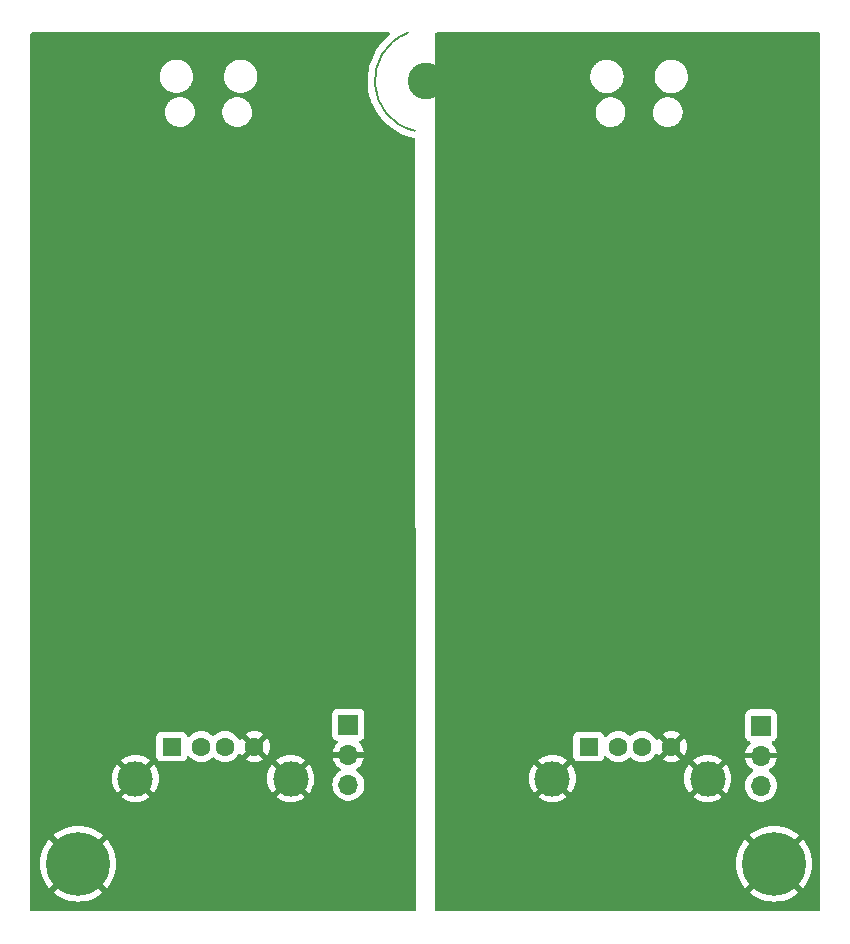
<source format=gbr>
%TF.GenerationSoftware,KiCad,Pcbnew,7.0.9*%
%TF.CreationDate,2024-01-21T01:35:16+01:00*%
%TF.ProjectId,DeskHop,4465736b-486f-4702-9e6b-696361645f70,rev?*%
%TF.SameCoordinates,Original*%
%TF.FileFunction,Copper,L2,Bot*%
%TF.FilePolarity,Positive*%
%FSLAX46Y46*%
G04 Gerber Fmt 4.6, Leading zero omitted, Abs format (unit mm)*
G04 Created by KiCad (PCBNEW 7.0.9) date 2024-01-21 01:35:16*
%MOMM*%
%LPD*%
G01*
G04 APERTURE LIST*
%TA.AperFunction,NonConductor*%
%ADD10C,0.200000*%
%TD*%
%TA.AperFunction,ComponentPad*%
%ADD11C,3.100000*%
%TD*%
%TA.AperFunction,ComponentPad*%
%ADD12R,1.600000X1.500000*%
%TD*%
%TA.AperFunction,ComponentPad*%
%ADD13C,1.600000*%
%TD*%
%TA.AperFunction,ComponentPad*%
%ADD14C,3.000000*%
%TD*%
%TA.AperFunction,ComponentPad*%
%ADD15R,1.700000X1.700000*%
%TD*%
%TA.AperFunction,ComponentPad*%
%ADD16O,1.700000X1.700000*%
%TD*%
%TA.AperFunction,ConnectorPad*%
%ADD17C,5.400000*%
%TD*%
G04 APERTURE END LIST*
D10*
X65786000Y-41148001D02*
G75*
G03*
X66360432Y-49447208I1524000J-4063999D01*
G01*
D11*
%TO.P,H3,1,1*%
%TO.N,GND2*%
X67310000Y-45212000D03*
%TD*%
D12*
%TO.P,J4,1,VBUS*%
%TO.N,Net-(J4-VBUS)*%
X45776000Y-101574000D03*
D13*
%TO.P,J4,2,D-*%
%TO.N,Net-(J4-D-)*%
X48276000Y-101574000D03*
%TO.P,J4,3,D+*%
%TO.N,Net-(J4-D+)*%
X50276000Y-101574000D03*
%TO.P,J4,4,GND*%
%TO.N,GND*%
X52776000Y-101574000D03*
D14*
%TO.P,J4,5,Shield*%
X42706000Y-104284000D03*
X55846000Y-104284000D03*
%TD*%
D15*
%TO.P,J3,1,Pin_1*%
%TO.N,Net-(J3-Pin_1)*%
X95667537Y-99795757D03*
D16*
%TO.P,J3,2,Pin_2*%
%TO.N,GND2*%
X95667537Y-102335757D03*
%TO.P,J3,3,Pin_3*%
%TO.N,Net-(J3-Pin_3)*%
X95667537Y-104875757D03*
%TD*%
D11*
%TO.P,H2,1,1*%
%TO.N,GND2*%
X96774000Y-111506000D03*
D17*
X96774000Y-111506000D03*
%TD*%
D12*
%TO.P,J1,1,VBUS*%
%TO.N,Net-(J1-VBUS)*%
X81082000Y-101574000D03*
D13*
%TO.P,J1,2,D-*%
%TO.N,Net-(J1-D-)*%
X83582000Y-101574000D03*
%TO.P,J1,3,D+*%
%TO.N,Net-(J1-D+)*%
X85582000Y-101574000D03*
%TO.P,J1,4,GND*%
%TO.N,GND2*%
X88082000Y-101574000D03*
D14*
%TO.P,J1,5,Shield*%
X78012000Y-104284000D03*
X91152000Y-104284000D03*
%TD*%
D11*
%TO.P,H1,1,1*%
%TO.N,GND*%
X37846000Y-111506000D03*
D17*
X37846000Y-111506000D03*
%TD*%
D15*
%TO.P,J2,1,Pin_1*%
%TO.N,Net-(J2-Pin_1)*%
X60731042Y-99717876D03*
D16*
%TO.P,J2,2,Pin_2*%
%TO.N,GND*%
X60731042Y-102257876D03*
%TO.P,J2,3,Pin_3*%
%TO.N,Net-(J2-Pin_3)*%
X60731042Y-104797876D03*
%TD*%
%TA.AperFunction,Conductor*%
%TO.N,GND*%
G36*
X64221287Y-41130309D02*
G01*
X64267042Y-41183113D01*
X64276986Y-41252271D01*
X64247961Y-41315827D01*
X64235286Y-41328478D01*
X64038835Y-41498082D01*
X63910370Y-41608990D01*
X63884437Y-41635721D01*
X63605705Y-41923024D01*
X63329939Y-42262716D01*
X63085222Y-42625417D01*
X62873464Y-43008296D01*
X62696317Y-43408367D01*
X62555163Y-43822509D01*
X62492827Y-44077088D01*
X62451102Y-44247491D01*
X62451102Y-44247492D01*
X62384948Y-44679993D01*
X62376168Y-44818244D01*
X62357254Y-45116064D01*
X62357216Y-45116659D01*
X62368122Y-45554057D01*
X62368122Y-45554058D01*
X62417579Y-45988775D01*
X62417579Y-45988776D01*
X62420168Y-46001442D01*
X62505207Y-46417457D01*
X62574145Y-46648483D01*
X62607040Y-46758721D01*
X62630317Y-46836725D01*
X62682643Y-46968364D01*
X62791933Y-47243315D01*
X62986189Y-47628880D01*
X62988800Y-47634063D01*
X63219376Y-48005914D01*
X63219379Y-48005918D01*
X63219379Y-48005919D01*
X63481865Y-48355970D01*
X63751676Y-48656397D01*
X63774216Y-48681495D01*
X64094153Y-48979956D01*
X64439177Y-49249021D01*
X64806598Y-49486592D01*
X64806604Y-49486595D01*
X64806603Y-49486595D01*
X64946333Y-49560341D01*
X65193548Y-49690816D01*
X65193553Y-49690818D01*
X65193552Y-49690818D01*
X65597012Y-49860101D01*
X66013830Y-49993120D01*
X66227305Y-50040967D01*
X66238949Y-50043577D01*
X66299402Y-50057131D01*
X66299406Y-50057130D01*
X66299996Y-50057263D01*
X66361106Y-50091137D01*
X66394201Y-50152671D01*
X66396870Y-50178222D01*
X66416808Y-115416837D01*
X66397144Y-115483883D01*
X66344354Y-115529654D01*
X66292808Y-115540875D01*
X33922903Y-115540875D01*
X33855864Y-115521190D01*
X33810109Y-115468386D01*
X33798903Y-115416875D01*
X33798903Y-111506000D01*
X34640958Y-111506000D01*
X34661110Y-111864846D01*
X34661112Y-111864858D01*
X34721314Y-112219185D01*
X34721316Y-112219194D01*
X34820812Y-112564552D01*
X34958353Y-112896609D01*
X34958355Y-112896613D01*
X35132215Y-113211189D01*
X35132218Y-113211194D01*
X35340193Y-113504306D01*
X35412843Y-113585601D01*
X36731073Y-112267372D01*
X36807890Y-112377078D01*
X36974922Y-112544110D01*
X37084626Y-112620925D01*
X35766397Y-113939155D01*
X35847693Y-114011806D01*
X36140805Y-114219781D01*
X36140810Y-114219784D01*
X36455386Y-114393644D01*
X36455390Y-114393646D01*
X36787447Y-114531187D01*
X37132805Y-114630683D01*
X37132814Y-114630685D01*
X37487141Y-114690887D01*
X37487153Y-114690889D01*
X37846000Y-114711041D01*
X38204846Y-114690889D01*
X38204858Y-114690887D01*
X38559185Y-114630685D01*
X38559194Y-114630683D01*
X38904552Y-114531187D01*
X39236609Y-114393646D01*
X39236613Y-114393644D01*
X39551189Y-114219784D01*
X39551194Y-114219781D01*
X39844306Y-114011806D01*
X39925601Y-113939155D01*
X38607373Y-112620925D01*
X38717078Y-112544110D01*
X38884110Y-112377078D01*
X38960926Y-112267373D01*
X40279155Y-113585601D01*
X40351806Y-113504306D01*
X40559781Y-113211194D01*
X40559784Y-113211189D01*
X40733644Y-112896613D01*
X40733646Y-112896609D01*
X40871187Y-112564552D01*
X40970683Y-112219194D01*
X40970685Y-112219185D01*
X41030887Y-111864858D01*
X41030889Y-111864846D01*
X41051041Y-111506000D01*
X41030889Y-111147153D01*
X41030887Y-111147141D01*
X40970685Y-110792814D01*
X40970683Y-110792805D01*
X40871187Y-110447447D01*
X40733646Y-110115390D01*
X40733644Y-110115386D01*
X40559784Y-109800810D01*
X40559781Y-109800805D01*
X40351806Y-109507693D01*
X40279155Y-109426397D01*
X38960925Y-110744626D01*
X38884110Y-110634922D01*
X38717078Y-110467890D01*
X38607372Y-110391073D01*
X39925602Y-109072843D01*
X39844306Y-109000193D01*
X39551194Y-108792218D01*
X39551189Y-108792215D01*
X39236613Y-108618355D01*
X39236609Y-108618353D01*
X38904552Y-108480812D01*
X38559194Y-108381316D01*
X38559185Y-108381314D01*
X38204858Y-108321112D01*
X38204846Y-108321110D01*
X37846000Y-108300958D01*
X37487153Y-108321110D01*
X37487141Y-108321112D01*
X37132814Y-108381314D01*
X37132805Y-108381316D01*
X36787447Y-108480812D01*
X36455390Y-108618353D01*
X36455386Y-108618355D01*
X36140810Y-108792215D01*
X36140805Y-108792218D01*
X35847693Y-109000194D01*
X35847685Y-109000199D01*
X35766397Y-109072842D01*
X35766397Y-109072843D01*
X37084627Y-110391073D01*
X36974922Y-110467890D01*
X36807890Y-110634922D01*
X36731073Y-110744627D01*
X35412843Y-109426397D01*
X35412842Y-109426397D01*
X35340199Y-109507685D01*
X35340194Y-109507693D01*
X35132218Y-109800805D01*
X35132215Y-109800810D01*
X34958355Y-110115386D01*
X34958353Y-110115390D01*
X34820812Y-110447447D01*
X34721316Y-110792805D01*
X34721314Y-110792814D01*
X34661112Y-111147141D01*
X34661110Y-111147153D01*
X34640958Y-111506000D01*
X33798903Y-111506000D01*
X33798903Y-104284001D01*
X40700891Y-104284001D01*
X40721300Y-104569362D01*
X40782109Y-104848895D01*
X40882091Y-105116958D01*
X41019191Y-105368038D01*
X41019196Y-105368046D01*
X41125882Y-105510561D01*
X41125883Y-105510562D01*
X41735438Y-104901006D01*
X41784348Y-104979999D01*
X41927931Y-105137501D01*
X42086388Y-105257163D01*
X41479436Y-105864115D01*
X41621960Y-105970807D01*
X41621961Y-105970808D01*
X41873042Y-106107908D01*
X41873041Y-106107908D01*
X42141104Y-106207890D01*
X42420637Y-106268699D01*
X42705999Y-106289109D01*
X42706001Y-106289109D01*
X42991362Y-106268699D01*
X43270895Y-106207890D01*
X43538958Y-106107908D01*
X43790047Y-105970803D01*
X43932561Y-105864116D01*
X43932562Y-105864115D01*
X43325611Y-105257163D01*
X43484069Y-105137501D01*
X43627652Y-104979999D01*
X43676560Y-104901007D01*
X44286115Y-105510562D01*
X44286116Y-105510561D01*
X44392803Y-105368047D01*
X44529908Y-105116958D01*
X44629890Y-104848895D01*
X44690699Y-104569362D01*
X44711109Y-104284001D01*
X53840891Y-104284001D01*
X53861300Y-104569362D01*
X53922109Y-104848895D01*
X54022091Y-105116958D01*
X54159191Y-105368038D01*
X54159196Y-105368046D01*
X54265882Y-105510561D01*
X54265883Y-105510562D01*
X54875438Y-104901006D01*
X54924348Y-104979999D01*
X55067931Y-105137501D01*
X55226388Y-105257163D01*
X54619436Y-105864115D01*
X54761960Y-105970807D01*
X54761961Y-105970808D01*
X55013042Y-106107908D01*
X55013041Y-106107908D01*
X55281104Y-106207890D01*
X55560637Y-106268699D01*
X55845999Y-106289109D01*
X55846001Y-106289109D01*
X56131362Y-106268699D01*
X56410895Y-106207890D01*
X56678958Y-106107908D01*
X56930047Y-105970803D01*
X57072561Y-105864116D01*
X57072562Y-105864115D01*
X56465611Y-105257163D01*
X56624069Y-105137501D01*
X56767652Y-104979999D01*
X56816560Y-104901007D01*
X57426115Y-105510562D01*
X57426116Y-105510561D01*
X57532803Y-105368047D01*
X57669908Y-105116958D01*
X57769890Y-104848895D01*
X57780987Y-104797881D01*
X59367886Y-104797881D01*
X59386476Y-105022235D01*
X59386478Y-105022247D01*
X59441745Y-105240490D01*
X59532182Y-105446668D01*
X59655318Y-105635141D01*
X59655326Y-105635152D01*
X59807798Y-105800778D01*
X59807802Y-105800782D01*
X59985466Y-105939065D01*
X59985467Y-105939065D01*
X59985469Y-105939067D01*
X60044120Y-105970807D01*
X60183468Y-106046218D01*
X60396407Y-106119320D01*
X60618473Y-106156376D01*
X60843611Y-106156376D01*
X61065677Y-106119320D01*
X61278616Y-106046218D01*
X61476618Y-105939065D01*
X61654282Y-105800782D01*
X61806764Y-105635144D01*
X61929902Y-105446667D01*
X62020338Y-105240492D01*
X62075606Y-105022244D01*
X62079107Y-104979999D01*
X62094198Y-104797881D01*
X62094198Y-104797870D01*
X62075607Y-104573516D01*
X62075605Y-104573504D01*
X62020338Y-104355261D01*
X61989080Y-104284000D01*
X61929902Y-104149085D01*
X61806764Y-103960608D01*
X61806761Y-103960605D01*
X61806757Y-103960599D01*
X61654285Y-103794973D01*
X61654280Y-103794968D01*
X61476619Y-103656688D01*
X61476619Y-103656687D01*
X61433345Y-103633269D01*
X61383755Y-103584049D01*
X61368647Y-103515833D01*
X61392817Y-103450277D01*
X61421240Y-103422639D01*
X61602121Y-103295984D01*
X61769147Y-103128958D01*
X61904642Y-102935454D01*
X62004471Y-102721368D01*
X62004474Y-102721362D01*
X62061678Y-102507876D01*
X61164728Y-102507876D01*
X61190535Y-102467720D01*
X61231042Y-102329765D01*
X61231042Y-102185987D01*
X61190535Y-102048032D01*
X61164728Y-102007876D01*
X62061678Y-102007876D01*
X62061677Y-102007875D01*
X62004474Y-101794389D01*
X62004471Y-101794383D01*
X61904642Y-101580298D01*
X61904641Y-101580296D01*
X61769155Y-101386802D01*
X61769150Y-101386796D01*
X61653314Y-101270960D01*
X61619829Y-101209637D01*
X61624813Y-101139945D01*
X61666685Y-101084012D01*
X61697654Y-101067100D01*
X61827246Y-101018765D01*
X61944303Y-100931137D01*
X62031931Y-100814080D01*
X62083031Y-100677077D01*
X62086633Y-100643568D01*
X62089541Y-100616530D01*
X62089542Y-100616513D01*
X62089542Y-98819238D01*
X62089541Y-98819221D01*
X62086199Y-98788146D01*
X62083031Y-98758675D01*
X62031931Y-98621672D01*
X61944303Y-98504615D01*
X61827246Y-98416987D01*
X61690245Y-98365887D01*
X61629696Y-98359376D01*
X61629680Y-98359376D01*
X59832404Y-98359376D01*
X59832387Y-98359376D01*
X59771839Y-98365887D01*
X59771837Y-98365887D01*
X59634837Y-98416987D01*
X59517781Y-98504615D01*
X59430153Y-98621671D01*
X59379053Y-98758671D01*
X59379053Y-98758673D01*
X59372542Y-98819221D01*
X59372542Y-100616530D01*
X59379053Y-100677078D01*
X59379053Y-100677080D01*
X59430153Y-100814080D01*
X59517781Y-100931137D01*
X59634838Y-101018765D01*
X59764424Y-101067098D01*
X59820355Y-101108969D01*
X59844772Y-101174433D01*
X59829920Y-101242706D01*
X59808770Y-101270960D01*
X59692928Y-101386802D01*
X59557442Y-101580296D01*
X59557441Y-101580298D01*
X59457612Y-101794383D01*
X59457609Y-101794389D01*
X59400406Y-102007875D01*
X59400406Y-102007876D01*
X60297356Y-102007876D01*
X60271549Y-102048032D01*
X60231042Y-102185987D01*
X60231042Y-102329765D01*
X60271549Y-102467720D01*
X60297356Y-102507876D01*
X59400406Y-102507876D01*
X59457609Y-102721362D01*
X59457612Y-102721368D01*
X59557441Y-102935454D01*
X59692936Y-103128958D01*
X59859959Y-103295981D01*
X60040844Y-103422639D01*
X60084469Y-103477216D01*
X60091661Y-103546715D01*
X60060139Y-103609069D01*
X60028739Y-103633268D01*
X59985469Y-103656685D01*
X59985464Y-103656688D01*
X59807803Y-103794968D01*
X59807798Y-103794973D01*
X59655326Y-103960599D01*
X59655318Y-103960610D01*
X59532182Y-104149083D01*
X59441745Y-104355261D01*
X59386478Y-104573504D01*
X59386476Y-104573516D01*
X59367886Y-104797870D01*
X59367886Y-104797881D01*
X57780987Y-104797881D01*
X57830699Y-104569362D01*
X57851109Y-104284001D01*
X57851109Y-104283998D01*
X57830699Y-103998637D01*
X57769890Y-103719104D01*
X57669908Y-103451041D01*
X57532808Y-103199961D01*
X57532807Y-103199960D01*
X57426115Y-103057436D01*
X56816560Y-103666991D01*
X56767652Y-103588001D01*
X56624069Y-103430499D01*
X56465610Y-103310835D01*
X57072562Y-102703883D01*
X57072561Y-102703882D01*
X56930046Y-102597196D01*
X56930038Y-102597191D01*
X56678957Y-102460091D01*
X56678958Y-102460091D01*
X56410895Y-102360109D01*
X56131362Y-102299300D01*
X55846001Y-102278891D01*
X55845999Y-102278891D01*
X55560637Y-102299300D01*
X55281104Y-102360109D01*
X55013041Y-102460091D01*
X54761961Y-102597191D01*
X54761953Y-102597196D01*
X54619437Y-102703882D01*
X54619436Y-102703883D01*
X55226389Y-103310835D01*
X55067931Y-103430499D01*
X54924348Y-103588001D01*
X54875439Y-103666992D01*
X54265883Y-103057436D01*
X54265882Y-103057437D01*
X54159196Y-103199953D01*
X54159191Y-103199961D01*
X54022091Y-103451041D01*
X53922109Y-103719104D01*
X53861300Y-103998637D01*
X53840891Y-104283998D01*
X53840891Y-104284001D01*
X44711109Y-104284001D01*
X44711109Y-104283998D01*
X44690699Y-103998637D01*
X44629890Y-103719104D01*
X44529908Y-103451041D01*
X44392808Y-103199961D01*
X44392807Y-103199960D01*
X44286115Y-103057436D01*
X43676560Y-103666991D01*
X43627652Y-103588001D01*
X43484069Y-103430499D01*
X43325610Y-103310835D01*
X43932562Y-102703883D01*
X43932561Y-102703882D01*
X43790046Y-102597196D01*
X43790038Y-102597191D01*
X43538957Y-102460091D01*
X43538958Y-102460091D01*
X43304530Y-102372654D01*
X44467500Y-102372654D01*
X44474011Y-102433202D01*
X44474011Y-102433204D01*
X44525111Y-102570203D01*
X44525111Y-102570204D01*
X44612739Y-102687261D01*
X44729796Y-102774889D01*
X44866799Y-102825989D01*
X44894050Y-102828918D01*
X44927345Y-102832499D01*
X44927362Y-102832500D01*
X46624638Y-102832500D01*
X46624654Y-102832499D01*
X46651692Y-102829591D01*
X46685201Y-102825989D01*
X46822204Y-102774889D01*
X46939261Y-102687261D01*
X47026889Y-102570204D01*
X47040586Y-102533480D01*
X47066717Y-102463424D01*
X47108588Y-102407490D01*
X47174053Y-102383074D01*
X47242326Y-102397926D01*
X47270579Y-102419077D01*
X47431700Y-102580198D01*
X47619251Y-102711523D01*
X47685802Y-102742556D01*
X47826750Y-102808281D01*
X47826752Y-102808281D01*
X47826757Y-102808284D01*
X48047913Y-102867543D01*
X48210832Y-102881796D01*
X48275998Y-102887498D01*
X48276000Y-102887498D01*
X48276002Y-102887498D01*
X48333021Y-102882509D01*
X48504087Y-102867543D01*
X48725243Y-102808284D01*
X48932749Y-102711523D01*
X49120300Y-102580198D01*
X49188319Y-102512179D01*
X49249642Y-102478694D01*
X49319334Y-102483678D01*
X49363681Y-102512179D01*
X49431700Y-102580198D01*
X49619251Y-102711523D01*
X49685802Y-102742556D01*
X49826750Y-102808281D01*
X49826752Y-102808281D01*
X49826757Y-102808284D01*
X50047913Y-102867543D01*
X50210832Y-102881796D01*
X50275998Y-102887498D01*
X50276000Y-102887498D01*
X50276002Y-102887498D01*
X50333021Y-102882509D01*
X50504087Y-102867543D01*
X50725243Y-102808284D01*
X50932749Y-102711523D01*
X51120300Y-102580198D01*
X51282198Y-102418300D01*
X51413523Y-102230749D01*
X51418307Y-102220487D01*
X51464476Y-102168051D01*
X51531669Y-102148897D01*
X51598551Y-102169111D01*
X51643072Y-102220490D01*
X51645866Y-102226483D01*
X51696973Y-102299471D01*
X51696974Y-102299472D01*
X52313064Y-101683381D01*
X52339481Y-101773351D01*
X52413327Y-101888258D01*
X52516555Y-101977705D01*
X52640801Y-102034446D01*
X52665548Y-102038004D01*
X52050526Y-102653025D01*
X52050526Y-102653026D01*
X52123512Y-102704131D01*
X52123516Y-102704133D01*
X52329673Y-102800265D01*
X52329682Y-102800269D01*
X52549389Y-102859139D01*
X52549400Y-102859141D01*
X52775998Y-102878966D01*
X52776002Y-102878966D01*
X53002599Y-102859141D01*
X53002610Y-102859139D01*
X53222317Y-102800269D01*
X53222331Y-102800264D01*
X53428478Y-102704136D01*
X53501472Y-102653025D01*
X52886451Y-102038004D01*
X52911199Y-102034446D01*
X53035445Y-101977705D01*
X53138673Y-101888258D01*
X53212519Y-101773351D01*
X53238935Y-101683382D01*
X53855025Y-102299472D01*
X53906136Y-102226478D01*
X54002264Y-102020331D01*
X54002269Y-102020317D01*
X54061139Y-101800610D01*
X54061141Y-101800599D01*
X54080966Y-101574002D01*
X54080966Y-101573997D01*
X54061141Y-101347400D01*
X54061139Y-101347389D01*
X54002269Y-101127682D01*
X54002265Y-101127673D01*
X53906133Y-100921516D01*
X53906131Y-100921512D01*
X53855026Y-100848526D01*
X53855025Y-100848526D01*
X53238935Y-101464616D01*
X53212519Y-101374649D01*
X53138673Y-101259742D01*
X53035445Y-101170295D01*
X52911199Y-101113554D01*
X52886451Y-101109995D01*
X53501472Y-100494974D01*
X53501471Y-100494973D01*
X53428483Y-100443866D01*
X53428481Y-100443865D01*
X53222326Y-100347734D01*
X53222317Y-100347730D01*
X53002610Y-100288860D01*
X53002599Y-100288858D01*
X52776002Y-100269034D01*
X52775998Y-100269034D01*
X52549400Y-100288858D01*
X52549389Y-100288860D01*
X52329682Y-100347730D01*
X52329673Y-100347734D01*
X52123513Y-100443868D01*
X52050527Y-100494972D01*
X52050526Y-100494973D01*
X52665549Y-101109995D01*
X52640801Y-101113554D01*
X52516555Y-101170295D01*
X52413327Y-101259742D01*
X52339481Y-101374649D01*
X52313064Y-101464617D01*
X51696973Y-100848526D01*
X51696972Y-100848527D01*
X51645867Y-100921513D01*
X51643070Y-100927513D01*
X51596897Y-100979951D01*
X51529703Y-100999102D01*
X51462822Y-100978885D01*
X51418307Y-100927511D01*
X51413523Y-100917251D01*
X51282198Y-100729700D01*
X51120300Y-100567802D01*
X50932749Y-100436477D01*
X50932745Y-100436475D01*
X50725249Y-100339718D01*
X50725238Y-100339714D01*
X50504089Y-100280457D01*
X50504081Y-100280456D01*
X50276002Y-100260502D01*
X50275998Y-100260502D01*
X50047918Y-100280456D01*
X50047910Y-100280457D01*
X49826761Y-100339714D01*
X49826750Y-100339718D01*
X49619254Y-100436475D01*
X49619252Y-100436476D01*
X49584601Y-100460739D01*
X49431700Y-100567802D01*
X49431698Y-100567803D01*
X49431695Y-100567806D01*
X49363681Y-100635821D01*
X49302358Y-100669306D01*
X49232666Y-100664322D01*
X49188319Y-100635821D01*
X49120304Y-100567806D01*
X49120300Y-100567802D01*
X48932749Y-100436477D01*
X48932745Y-100436475D01*
X48725249Y-100339718D01*
X48725238Y-100339714D01*
X48504089Y-100280457D01*
X48504081Y-100280456D01*
X48276002Y-100260502D01*
X48275998Y-100260502D01*
X48047918Y-100280456D01*
X48047910Y-100280457D01*
X47826761Y-100339714D01*
X47826750Y-100339718D01*
X47619254Y-100436475D01*
X47619252Y-100436476D01*
X47431699Y-100567803D01*
X47270579Y-100728923D01*
X47209256Y-100762407D01*
X47139564Y-100757423D01*
X47083631Y-100715551D01*
X47066717Y-100684576D01*
X47041330Y-100616513D01*
X47026889Y-100577796D01*
X46939261Y-100460739D01*
X46822204Y-100373111D01*
X46685203Y-100322011D01*
X46624654Y-100315500D01*
X46624638Y-100315500D01*
X44927362Y-100315500D01*
X44927345Y-100315500D01*
X44866797Y-100322011D01*
X44866795Y-100322011D01*
X44729795Y-100373111D01*
X44612739Y-100460739D01*
X44525111Y-100577795D01*
X44474011Y-100714795D01*
X44474011Y-100714797D01*
X44467500Y-100775345D01*
X44467500Y-102372654D01*
X43304530Y-102372654D01*
X43270895Y-102360109D01*
X42991362Y-102299300D01*
X42706001Y-102278891D01*
X42705999Y-102278891D01*
X42420637Y-102299300D01*
X42141104Y-102360109D01*
X41873041Y-102460091D01*
X41621961Y-102597191D01*
X41621953Y-102597196D01*
X41479437Y-102703882D01*
X41479436Y-102703883D01*
X42086389Y-103310835D01*
X41927931Y-103430499D01*
X41784348Y-103588001D01*
X41735439Y-103666992D01*
X41125883Y-103057436D01*
X41125882Y-103057437D01*
X41019196Y-103199953D01*
X41019191Y-103199961D01*
X40882091Y-103451041D01*
X40782109Y-103719104D01*
X40721300Y-103998637D01*
X40700891Y-104283998D01*
X40700891Y-104284001D01*
X33798903Y-104284001D01*
X33798903Y-47848247D01*
X45197216Y-47848247D01*
X45199195Y-47870888D01*
X45199369Y-47879078D01*
X45198207Y-47904937D01*
X45198208Y-47904939D01*
X45209214Y-47986195D01*
X45209539Y-47989113D01*
X45213636Y-48035933D01*
X45216408Y-48067620D01*
X45223147Y-48092772D01*
X45224697Y-48100492D01*
X45228616Y-48129422D01*
X45228619Y-48129432D01*
X45252936Y-48204272D01*
X45253857Y-48207383D01*
X45273400Y-48280315D01*
X45273404Y-48280327D01*
X45285798Y-48306908D01*
X45288574Y-48313954D01*
X45298620Y-48344870D01*
X45307628Y-48361609D01*
X45334345Y-48411259D01*
X45335939Y-48414436D01*
X45366465Y-48479900D01*
X45366466Y-48479902D01*
X45366467Y-48479903D01*
X45385191Y-48506645D01*
X45388998Y-48512823D01*
X45405966Y-48544354D01*
X45405968Y-48544357D01*
X45450920Y-48600724D01*
X45453232Y-48603816D01*
X45492774Y-48660287D01*
X45492777Y-48660290D01*
X45518182Y-48685695D01*
X45522818Y-48690882D01*
X45547209Y-48721467D01*
X45599037Y-48766748D01*
X45602080Y-48769593D01*
X45648478Y-48815992D01*
X45648479Y-48815993D01*
X45648482Y-48815995D01*
X45648485Y-48815998D01*
X45673310Y-48833380D01*
X45680632Y-48838507D01*
X45685864Y-48842606D01*
X45717805Y-48870512D01*
X45774058Y-48904121D01*
X45777781Y-48906532D01*
X45814273Y-48932084D01*
X45828861Y-48942300D01*
X45828864Y-48942301D01*
X45828869Y-48942305D01*
X45867433Y-48960287D01*
X45873016Y-48963246D01*
X45912273Y-48986702D01*
X45970533Y-49008566D01*
X45974945Y-49010420D01*
X46028447Y-49035369D01*
X46072727Y-49047233D01*
X46078462Y-49049073D01*
X46107879Y-49060113D01*
X46124362Y-49066300D01*
X46182336Y-49076820D01*
X46187301Y-49077934D01*
X46241152Y-49092364D01*
X46290125Y-49096648D01*
X46295773Y-49097406D01*
X46334875Y-49104502D01*
X46347255Y-49106749D01*
X46347256Y-49106749D01*
X46402871Y-49106749D01*
X46408272Y-49106984D01*
X46436893Y-49109488D01*
X46460521Y-49111556D01*
X46460522Y-49111556D01*
X46460522Y-49111555D01*
X46460523Y-49111556D01*
X46513833Y-49106892D01*
X46517027Y-49106749D01*
X46517045Y-49106749D01*
X46565148Y-49102418D01*
X46571914Y-49101810D01*
X46679876Y-49092366D01*
X46679880Y-49092365D01*
X46679894Y-49092364D01*
X46679906Y-49092360D01*
X46680425Y-49092269D01*
X46685659Y-49091573D01*
X46686145Y-49091530D01*
X46790858Y-49062630D01*
X46892599Y-49035369D01*
X46892612Y-49035362D01*
X46899552Y-49032837D01*
X46904243Y-49031338D01*
X46904516Y-49031263D01*
X46999542Y-48985500D01*
X47092177Y-48942305D01*
X47092186Y-48942298D01*
X47096873Y-48939594D01*
X47096944Y-48939717D01*
X47107729Y-48933401D01*
X47108616Y-48932974D01*
X47191391Y-48872834D01*
X47272561Y-48815998D01*
X47273474Y-48815084D01*
X47288275Y-48802442D01*
X47291886Y-48799820D01*
X47304746Y-48786370D01*
X47360425Y-48728133D01*
X47428269Y-48660290D01*
X47428269Y-48660289D01*
X47428272Y-48660287D01*
X47430999Y-48656391D01*
X47442951Y-48641817D01*
X47448435Y-48636083D01*
X47501332Y-48555946D01*
X47554579Y-48479903D01*
X47558061Y-48472434D01*
X47566959Y-48456525D01*
X47567341Y-48455947D01*
X47573232Y-48447023D01*
X47609739Y-48361609D01*
X47647643Y-48280325D01*
X47650668Y-48269031D01*
X47656419Y-48252396D01*
X47662266Y-48238719D01*
X47682234Y-48151227D01*
X47704638Y-48067620D01*
X47706330Y-48048273D01*
X47707649Y-48039875D01*
X47712674Y-48017864D01*
X47716559Y-47931354D01*
X47723830Y-47848249D01*
X47723830Y-47848247D01*
X50047216Y-47848247D01*
X50049195Y-47870888D01*
X50049369Y-47879078D01*
X50048207Y-47904937D01*
X50048208Y-47904939D01*
X50059214Y-47986195D01*
X50059539Y-47989113D01*
X50063636Y-48035933D01*
X50066408Y-48067620D01*
X50073147Y-48092772D01*
X50074697Y-48100492D01*
X50078616Y-48129422D01*
X50078619Y-48129432D01*
X50102936Y-48204272D01*
X50103857Y-48207383D01*
X50123400Y-48280315D01*
X50123404Y-48280327D01*
X50135798Y-48306908D01*
X50138574Y-48313954D01*
X50148620Y-48344870D01*
X50157628Y-48361609D01*
X50184345Y-48411259D01*
X50185939Y-48414436D01*
X50216465Y-48479900D01*
X50216466Y-48479902D01*
X50216467Y-48479903D01*
X50235191Y-48506645D01*
X50238998Y-48512823D01*
X50255966Y-48544354D01*
X50255968Y-48544357D01*
X50300920Y-48600724D01*
X50303232Y-48603816D01*
X50342774Y-48660287D01*
X50342777Y-48660290D01*
X50368182Y-48685695D01*
X50372818Y-48690882D01*
X50397209Y-48721467D01*
X50449037Y-48766748D01*
X50452080Y-48769593D01*
X50498478Y-48815992D01*
X50498479Y-48815993D01*
X50498482Y-48815995D01*
X50498485Y-48815998D01*
X50523310Y-48833380D01*
X50530632Y-48838507D01*
X50535864Y-48842606D01*
X50567805Y-48870512D01*
X50624058Y-48904121D01*
X50627781Y-48906532D01*
X50664273Y-48932084D01*
X50678861Y-48942300D01*
X50678864Y-48942301D01*
X50678869Y-48942305D01*
X50717433Y-48960287D01*
X50723016Y-48963246D01*
X50762273Y-48986702D01*
X50820533Y-49008566D01*
X50824945Y-49010420D01*
X50878447Y-49035369D01*
X50922727Y-49047233D01*
X50928462Y-49049073D01*
X50957879Y-49060113D01*
X50974362Y-49066300D01*
X51032336Y-49076820D01*
X51037301Y-49077934D01*
X51091152Y-49092364D01*
X51140125Y-49096648D01*
X51145773Y-49097406D01*
X51184875Y-49104502D01*
X51197255Y-49106749D01*
X51197256Y-49106749D01*
X51252871Y-49106749D01*
X51258272Y-49106984D01*
X51286893Y-49109488D01*
X51310521Y-49111556D01*
X51310522Y-49111556D01*
X51310522Y-49111555D01*
X51310523Y-49111556D01*
X51363833Y-49106892D01*
X51367027Y-49106749D01*
X51367045Y-49106749D01*
X51415148Y-49102418D01*
X51421914Y-49101810D01*
X51529876Y-49092366D01*
X51529880Y-49092365D01*
X51529894Y-49092364D01*
X51529906Y-49092360D01*
X51530425Y-49092269D01*
X51535659Y-49091573D01*
X51536145Y-49091530D01*
X51640858Y-49062630D01*
X51742599Y-49035369D01*
X51742612Y-49035362D01*
X51749552Y-49032837D01*
X51754243Y-49031338D01*
X51754516Y-49031263D01*
X51849542Y-48985500D01*
X51942177Y-48942305D01*
X51942186Y-48942298D01*
X51946873Y-48939594D01*
X51946944Y-48939717D01*
X51957729Y-48933401D01*
X51958616Y-48932974D01*
X52041391Y-48872834D01*
X52122561Y-48815998D01*
X52123474Y-48815084D01*
X52138275Y-48802442D01*
X52141886Y-48799820D01*
X52154746Y-48786370D01*
X52210425Y-48728133D01*
X52278269Y-48660290D01*
X52278269Y-48660289D01*
X52278272Y-48660287D01*
X52280999Y-48656391D01*
X52292951Y-48641817D01*
X52298435Y-48636083D01*
X52351332Y-48555946D01*
X52404579Y-48479903D01*
X52408061Y-48472434D01*
X52416959Y-48456525D01*
X52417341Y-48455947D01*
X52423232Y-48447023D01*
X52459739Y-48361609D01*
X52497643Y-48280325D01*
X52500668Y-48269031D01*
X52506419Y-48252396D01*
X52512266Y-48238719D01*
X52532234Y-48151227D01*
X52554638Y-48067620D01*
X52556330Y-48048273D01*
X52557649Y-48039875D01*
X52562674Y-48017864D01*
X52566559Y-47931354D01*
X52573830Y-47848249D01*
X52571850Y-47825617D01*
X52571676Y-47817422D01*
X52572838Y-47791558D01*
X52561828Y-47710291D01*
X52561504Y-47707374D01*
X52555091Y-47634063D01*
X52554638Y-47628878D01*
X52547900Y-47603732D01*
X52546348Y-47596002D01*
X52544645Y-47583439D01*
X52542429Y-47567074D01*
X52518110Y-47492231D01*
X52517194Y-47489138D01*
X52502953Y-47435990D01*
X52497646Y-47416182D01*
X52497642Y-47416172D01*
X52485245Y-47389585D01*
X52482471Y-47382545D01*
X52472426Y-47351628D01*
X52472425Y-47351626D01*
X52472422Y-47351619D01*
X52436690Y-47285219D01*
X52435105Y-47282060D01*
X52404579Y-47216596D01*
X52404575Y-47216590D01*
X52385860Y-47189862D01*
X52382046Y-47183673D01*
X52365078Y-47152141D01*
X52320117Y-47095762D01*
X52317802Y-47092666D01*
X52278273Y-47036212D01*
X52252863Y-47010802D01*
X52248225Y-47005613D01*
X52223835Y-46975029D01*
X52172014Y-46929754D01*
X52168965Y-46926904D01*
X52122562Y-46880500D01*
X52090414Y-46857990D01*
X52085179Y-46853890D01*
X52053241Y-46825986D01*
X51997009Y-46792388D01*
X51993248Y-46789953D01*
X51955503Y-46763524D01*
X51942177Y-46754193D01*
X51928463Y-46747798D01*
X51903623Y-46736214D01*
X51898024Y-46733246D01*
X51867224Y-46714845D01*
X51858773Y-46709796D01*
X51800511Y-46687930D01*
X51796111Y-46686082D01*
X51764416Y-46671302D01*
X51742600Y-46661129D01*
X51742588Y-46661125D01*
X51698316Y-46649262D01*
X51692576Y-46647421D01*
X51646683Y-46630197D01*
X51595638Y-46620933D01*
X51588714Y-46619677D01*
X51583740Y-46618561D01*
X51529895Y-46604134D01*
X51517893Y-46603083D01*
X51480926Y-46599849D01*
X51475264Y-46599089D01*
X51440521Y-46592785D01*
X51423790Y-46589749D01*
X51423789Y-46589749D01*
X51368175Y-46589749D01*
X51362773Y-46589513D01*
X51334152Y-46587009D01*
X51310525Y-46584942D01*
X51310520Y-46584942D01*
X51257251Y-46589602D01*
X51254012Y-46589748D01*
X51199131Y-46594687D01*
X51091141Y-46604134D01*
X51090564Y-46604236D01*
X51085412Y-46604921D01*
X51084909Y-46604966D01*
X51084892Y-46604969D01*
X50980187Y-46633867D01*
X50878441Y-46661130D01*
X50871467Y-46663667D01*
X50866791Y-46665161D01*
X50866545Y-46665228D01*
X50866534Y-46665233D01*
X50771487Y-46711004D01*
X50678875Y-46754190D01*
X50674181Y-46756900D01*
X50674110Y-46756778D01*
X50663347Y-46763082D01*
X50662431Y-46763523D01*
X50662425Y-46763526D01*
X50579642Y-46823672D01*
X50503524Y-46876972D01*
X50498481Y-46880503D01*
X50497550Y-46881434D01*
X50482787Y-46894042D01*
X50479164Y-46896674D01*
X50479154Y-46896683D01*
X50410620Y-46968364D01*
X50342770Y-47036215D01*
X50342769Y-47036216D01*
X50340029Y-47040129D01*
X50328104Y-47054668D01*
X50322612Y-47060412D01*
X50322608Y-47060418D01*
X50269706Y-47140562D01*
X50216466Y-47216596D01*
X50216464Y-47216601D01*
X50212985Y-47224061D01*
X50204099Y-47239951D01*
X50197815Y-47249471D01*
X50197814Y-47249473D01*
X50161303Y-47334893D01*
X50123405Y-47416166D01*
X50123403Y-47416172D01*
X50120375Y-47427471D01*
X50114625Y-47444103D01*
X50108782Y-47457774D01*
X50108779Y-47457782D01*
X50088811Y-47545270D01*
X50066408Y-47628875D01*
X50066407Y-47628881D01*
X50064715Y-47648219D01*
X50063396Y-47656615D01*
X50058372Y-47678634D01*
X50054486Y-47765143D01*
X50047216Y-47848245D01*
X50047216Y-47848247D01*
X47723830Y-47848247D01*
X47721850Y-47825617D01*
X47721676Y-47817422D01*
X47722838Y-47791558D01*
X47711828Y-47710291D01*
X47711504Y-47707374D01*
X47705091Y-47634063D01*
X47704638Y-47628878D01*
X47697900Y-47603732D01*
X47696348Y-47596002D01*
X47694645Y-47583439D01*
X47692429Y-47567074D01*
X47668110Y-47492231D01*
X47667194Y-47489138D01*
X47652953Y-47435990D01*
X47647646Y-47416182D01*
X47647642Y-47416172D01*
X47635245Y-47389585D01*
X47632471Y-47382545D01*
X47622426Y-47351628D01*
X47622425Y-47351626D01*
X47622422Y-47351619D01*
X47586690Y-47285219D01*
X47585105Y-47282060D01*
X47554579Y-47216596D01*
X47554575Y-47216590D01*
X47535860Y-47189862D01*
X47532046Y-47183673D01*
X47515078Y-47152141D01*
X47470117Y-47095762D01*
X47467802Y-47092666D01*
X47428273Y-47036212D01*
X47402863Y-47010802D01*
X47398225Y-47005613D01*
X47373835Y-46975029D01*
X47322014Y-46929754D01*
X47318965Y-46926904D01*
X47272562Y-46880500D01*
X47240414Y-46857990D01*
X47235179Y-46853890D01*
X47203241Y-46825986D01*
X47147009Y-46792388D01*
X47143248Y-46789953D01*
X47105503Y-46763524D01*
X47092177Y-46754193D01*
X47078463Y-46747798D01*
X47053623Y-46736214D01*
X47048024Y-46733246D01*
X47017224Y-46714845D01*
X47008773Y-46709796D01*
X46950511Y-46687930D01*
X46946111Y-46686082D01*
X46914416Y-46671302D01*
X46892600Y-46661129D01*
X46892588Y-46661125D01*
X46848316Y-46649262D01*
X46842576Y-46647421D01*
X46796683Y-46630197D01*
X46745638Y-46620933D01*
X46738714Y-46619677D01*
X46733740Y-46618561D01*
X46679895Y-46604134D01*
X46667893Y-46603083D01*
X46630926Y-46599849D01*
X46625264Y-46599089D01*
X46590521Y-46592785D01*
X46573790Y-46589749D01*
X46573789Y-46589749D01*
X46518175Y-46589749D01*
X46512773Y-46589513D01*
X46484152Y-46587009D01*
X46460525Y-46584942D01*
X46460520Y-46584942D01*
X46407251Y-46589602D01*
X46404012Y-46589748D01*
X46349131Y-46594687D01*
X46241141Y-46604134D01*
X46240564Y-46604236D01*
X46235412Y-46604921D01*
X46234909Y-46604966D01*
X46234892Y-46604969D01*
X46130187Y-46633867D01*
X46028441Y-46661130D01*
X46021467Y-46663667D01*
X46016791Y-46665161D01*
X46016545Y-46665228D01*
X46016534Y-46665233D01*
X45921487Y-46711004D01*
X45828875Y-46754190D01*
X45824181Y-46756900D01*
X45824110Y-46756778D01*
X45813347Y-46763082D01*
X45812431Y-46763523D01*
X45812425Y-46763526D01*
X45729642Y-46823672D01*
X45653524Y-46876972D01*
X45648481Y-46880503D01*
X45647550Y-46881434D01*
X45632787Y-46894042D01*
X45629164Y-46896674D01*
X45629154Y-46896683D01*
X45560620Y-46968364D01*
X45492770Y-47036215D01*
X45492769Y-47036216D01*
X45490029Y-47040129D01*
X45478104Y-47054668D01*
X45472612Y-47060412D01*
X45472608Y-47060418D01*
X45419706Y-47140562D01*
X45366466Y-47216596D01*
X45366464Y-47216601D01*
X45362985Y-47224061D01*
X45354099Y-47239951D01*
X45347815Y-47249471D01*
X45347814Y-47249473D01*
X45311303Y-47334893D01*
X45273405Y-47416166D01*
X45273403Y-47416172D01*
X45270375Y-47427471D01*
X45264625Y-47444103D01*
X45258782Y-47457774D01*
X45258779Y-47457782D01*
X45238811Y-47545270D01*
X45216408Y-47628875D01*
X45216407Y-47628881D01*
X45214715Y-47648219D01*
X45213396Y-47656615D01*
X45208372Y-47678634D01*
X45204486Y-47765143D01*
X45197216Y-47848245D01*
X45197216Y-47848247D01*
X33798903Y-47848247D01*
X33798903Y-44818249D01*
X44747196Y-44818249D01*
X44752167Y-44878243D01*
X44754494Y-44906332D01*
X44758379Y-44997792D01*
X44758380Y-44997801D01*
X44763533Y-45021710D01*
X44764713Y-45029659D01*
X44766470Y-45050866D01*
X44766472Y-45050878D01*
X44788940Y-45139602D01*
X44808893Y-45232184D01*
X44816780Y-45251810D01*
X44819357Y-45259715D01*
X44823774Y-45277156D01*
X44861808Y-45363865D01*
X44898290Y-45454653D01*
X44907546Y-45469685D01*
X44907652Y-45469857D01*
X44911640Y-45477469D01*
X44917538Y-45490917D01*
X44971047Y-45572819D01*
X45023996Y-45658814D01*
X45024003Y-45658823D01*
X45030681Y-45666410D01*
X45041409Y-45680516D01*
X45045209Y-45686332D01*
X45113602Y-45760626D01*
X45176146Y-45831690D01*
X45182405Y-45838801D01*
X45182406Y-45838802D01*
X45187593Y-45842990D01*
X45200930Y-45855489D01*
X45203306Y-45858071D01*
X45254639Y-45898024D01*
X45285471Y-45922021D01*
X45332554Y-45960038D01*
X45368944Y-45989422D01*
X45368945Y-45989422D01*
X45368947Y-45989424D01*
X45371688Y-45990955D01*
X45371763Y-45990997D01*
X45387457Y-46001401D01*
X45387502Y-46001436D01*
X45387514Y-46001444D01*
X45447713Y-46034021D01*
X45481869Y-46052505D01*
X45578263Y-46106354D01*
X45578268Y-46106355D01*
X45578272Y-46106358D01*
X45580663Y-46107439D01*
X45588000Y-46110697D01*
X45588098Y-46110475D01*
X45592785Y-46112530D01*
X45592796Y-46112536D01*
X45697263Y-46148400D01*
X45804329Y-46186229D01*
X45804890Y-46186325D01*
X45809632Y-46187330D01*
X45813566Y-46188327D01*
X45813572Y-46188329D01*
X45925618Y-46207026D01*
X46040633Y-46226748D01*
X46040642Y-46226749D01*
X46277230Y-46226749D01*
X46277235Y-46226749D01*
X46310171Y-46221252D01*
X46333998Y-46217277D01*
X46338936Y-46216655D01*
X46392464Y-46212100D01*
X46399410Y-46211509D01*
X46399411Y-46211508D01*
X46399421Y-46211508D01*
X46451820Y-46197863D01*
X46457191Y-46196718D01*
X46507474Y-46188329D01*
X46565025Y-46168571D01*
X46569498Y-46167222D01*
X46631447Y-46151093D01*
X46677782Y-46130147D01*
X46683156Y-46128016D01*
X46728250Y-46112536D01*
X46784655Y-46082010D01*
X46788577Y-46080065D01*
X46849925Y-46052335D01*
X46889318Y-46025708D01*
X46894502Y-46022563D01*
X46933531Y-46001444D01*
X46933535Y-46001442D01*
X46933536Y-46001441D01*
X46933540Y-46001439D01*
X46986751Y-45960021D01*
X46990084Y-45957602D01*
X47048570Y-45918074D01*
X47080524Y-45887447D01*
X47085312Y-45883307D01*
X47117743Y-45858067D01*
X47165642Y-45806033D01*
X47168317Y-45803305D01*
X47221667Y-45752174D01*
X47246020Y-45719245D01*
X47250250Y-45714126D01*
X47275832Y-45686337D01*
X47275837Y-45686332D01*
X47316308Y-45624384D01*
X47318358Y-45621438D01*
X47319357Y-45620086D01*
X47364238Y-45559406D01*
X47381199Y-45525763D01*
X47384637Y-45519798D01*
X47403507Y-45490918D01*
X47434565Y-45420110D01*
X47435936Y-45417199D01*
X47472180Y-45345316D01*
X47482244Y-45312449D01*
X47484744Y-45305715D01*
X47497272Y-45277156D01*
X47517058Y-45199019D01*
X47517857Y-45196158D01*
X47542387Y-45116064D01*
X47546333Y-45085243D01*
X47547721Y-45077933D01*
X47554574Y-45050875D01*
X47561613Y-44965921D01*
X47572841Y-44878244D01*
X47571662Y-44850498D01*
X47571817Y-44842774D01*
X47573850Y-44818249D01*
X50197196Y-44818249D01*
X50202167Y-44878243D01*
X50204494Y-44906332D01*
X50208379Y-44997792D01*
X50208380Y-44997801D01*
X50213533Y-45021710D01*
X50214713Y-45029659D01*
X50216470Y-45050866D01*
X50216472Y-45050878D01*
X50238940Y-45139602D01*
X50258893Y-45232184D01*
X50266780Y-45251810D01*
X50269357Y-45259715D01*
X50273774Y-45277156D01*
X50311808Y-45363865D01*
X50348290Y-45454653D01*
X50357546Y-45469685D01*
X50357652Y-45469857D01*
X50361640Y-45477469D01*
X50367538Y-45490917D01*
X50421047Y-45572819D01*
X50473996Y-45658814D01*
X50474003Y-45658823D01*
X50480681Y-45666410D01*
X50491409Y-45680516D01*
X50495209Y-45686332D01*
X50563602Y-45760626D01*
X50626146Y-45831690D01*
X50632405Y-45838801D01*
X50632406Y-45838802D01*
X50637593Y-45842990D01*
X50650930Y-45855489D01*
X50653306Y-45858071D01*
X50704639Y-45898024D01*
X50735471Y-45922021D01*
X50782554Y-45960038D01*
X50818944Y-45989422D01*
X50818945Y-45989422D01*
X50818947Y-45989424D01*
X50821688Y-45990955D01*
X50821763Y-45990997D01*
X50837457Y-46001401D01*
X50837502Y-46001436D01*
X50837514Y-46001444D01*
X50897713Y-46034021D01*
X50931869Y-46052505D01*
X51028263Y-46106354D01*
X51028268Y-46106355D01*
X51028272Y-46106358D01*
X51030663Y-46107439D01*
X51038000Y-46110697D01*
X51038098Y-46110475D01*
X51042785Y-46112530D01*
X51042796Y-46112536D01*
X51147263Y-46148400D01*
X51254329Y-46186229D01*
X51254890Y-46186325D01*
X51259632Y-46187330D01*
X51263566Y-46188327D01*
X51263572Y-46188329D01*
X51375618Y-46207026D01*
X51490633Y-46226748D01*
X51490642Y-46226749D01*
X51727230Y-46226749D01*
X51727235Y-46226749D01*
X51760171Y-46221252D01*
X51783998Y-46217277D01*
X51788936Y-46216655D01*
X51842464Y-46212100D01*
X51849410Y-46211509D01*
X51849411Y-46211508D01*
X51849421Y-46211508D01*
X51901820Y-46197863D01*
X51907191Y-46196718D01*
X51957474Y-46188329D01*
X52015025Y-46168571D01*
X52019498Y-46167222D01*
X52081447Y-46151093D01*
X52127782Y-46130147D01*
X52133156Y-46128016D01*
X52178250Y-46112536D01*
X52234655Y-46082010D01*
X52238577Y-46080065D01*
X52299925Y-46052335D01*
X52339318Y-46025708D01*
X52344502Y-46022563D01*
X52383531Y-46001444D01*
X52383535Y-46001442D01*
X52383536Y-46001441D01*
X52383540Y-46001439D01*
X52436751Y-45960021D01*
X52440084Y-45957602D01*
X52498570Y-45918074D01*
X52530524Y-45887447D01*
X52535312Y-45883307D01*
X52567743Y-45858067D01*
X52615642Y-45806033D01*
X52618317Y-45803305D01*
X52671667Y-45752174D01*
X52696020Y-45719245D01*
X52700250Y-45714126D01*
X52725832Y-45686337D01*
X52725837Y-45686332D01*
X52766308Y-45624384D01*
X52768358Y-45621438D01*
X52769357Y-45620086D01*
X52814238Y-45559406D01*
X52831199Y-45525763D01*
X52834637Y-45519798D01*
X52853507Y-45490918D01*
X52884565Y-45420110D01*
X52885936Y-45417199D01*
X52922180Y-45345316D01*
X52932244Y-45312449D01*
X52934744Y-45305715D01*
X52947272Y-45277156D01*
X52967058Y-45199019D01*
X52967857Y-45196158D01*
X52992387Y-45116064D01*
X52996333Y-45085243D01*
X52997721Y-45077933D01*
X53004574Y-45050875D01*
X53011613Y-44965921D01*
X53022841Y-44878244D01*
X53021662Y-44850498D01*
X53021817Y-44842774D01*
X53023850Y-44818249D01*
X53018878Y-44758253D01*
X53016551Y-44730165D01*
X53012667Y-44638709D01*
X53012666Y-44638706D01*
X53012666Y-44638698D01*
X53007510Y-44614779D01*
X53006331Y-44606835D01*
X53004574Y-44585628D01*
X53004574Y-44585623D01*
X52982105Y-44496895D01*
X52962153Y-44404317D01*
X52954258Y-44384673D01*
X52951690Y-44376793D01*
X52947272Y-44359342D01*
X52909237Y-44272632D01*
X52872756Y-44181845D01*
X52863390Y-44166635D01*
X52859405Y-44159027D01*
X52858625Y-44157249D01*
X52853507Y-44145580D01*
X52799998Y-44063678D01*
X52747047Y-43977680D01*
X52747041Y-43977673D01*
X52747038Y-43977669D01*
X52740362Y-43970083D01*
X52729641Y-43955988D01*
X52725838Y-43950168D01*
X52725837Y-43950166D01*
X52657443Y-43875871D01*
X52588642Y-43797698D01*
X52588641Y-43797697D01*
X52588637Y-43797693D01*
X52583452Y-43793507D01*
X52570120Y-43781014D01*
X52567743Y-43778431D01*
X52485574Y-43714476D01*
X52402099Y-43647074D01*
X52402097Y-43647072D01*
X52402091Y-43647068D01*
X52399273Y-43645494D01*
X52383593Y-43635100D01*
X52383543Y-43635061D01*
X52383541Y-43635060D01*
X52383540Y-43635059D01*
X52289176Y-43583992D01*
X52236345Y-43554479D01*
X52192782Y-43530143D01*
X52190522Y-43529122D01*
X52183042Y-43525800D01*
X52182945Y-43526022D01*
X52178248Y-43523961D01*
X52073782Y-43488097D01*
X51966720Y-43450270D01*
X51966719Y-43450269D01*
X51966717Y-43450269D01*
X51966715Y-43450268D01*
X51966706Y-43450266D01*
X51966156Y-43450172D01*
X51961436Y-43449171D01*
X51957489Y-43448172D01*
X51957476Y-43448169D01*
X51957474Y-43448169D01*
X51845427Y-43429471D01*
X51730413Y-43409749D01*
X51730404Y-43409749D01*
X51727235Y-43409749D01*
X51493811Y-43409749D01*
X51493810Y-43409749D01*
X51437052Y-43419219D01*
X51432110Y-43419841D01*
X51398353Y-43422714D01*
X51371623Y-43424990D01*
X51371620Y-43424990D01*
X51319256Y-43438625D01*
X51313836Y-43439781D01*
X51263572Y-43448168D01*
X51206035Y-43467920D01*
X51201528Y-43469278D01*
X51156418Y-43481025D01*
X51139599Y-43485405D01*
X51139596Y-43485406D01*
X51139593Y-43485407D01*
X51093281Y-43506341D01*
X51087882Y-43508482D01*
X51073286Y-43513493D01*
X51042796Y-43523961D01*
X50986402Y-43554479D01*
X50982433Y-43556447D01*
X50921120Y-43584163D01*
X50921118Y-43584164D01*
X50881732Y-43610784D01*
X50876525Y-43613942D01*
X50864961Y-43620200D01*
X50837501Y-43635061D01*
X50784303Y-43676467D01*
X50780948Y-43678902D01*
X50750872Y-43699230D01*
X50722474Y-43718425D01*
X50722471Y-43718428D01*
X50690535Y-43749035D01*
X50685716Y-43753201D01*
X50653304Y-43778430D01*
X50653303Y-43778431D01*
X50605421Y-43830442D01*
X50602707Y-43833211D01*
X50549380Y-43884322D01*
X50525026Y-43917248D01*
X50520793Y-43922372D01*
X50495207Y-43950167D01*
X50495204Y-43950171D01*
X50454745Y-44012099D01*
X50452689Y-44015055D01*
X50406810Y-44077088D01*
X50406809Y-44077089D01*
X50389856Y-44110712D01*
X50386398Y-44116712D01*
X50367538Y-44145581D01*
X50336501Y-44216338D01*
X50335085Y-44219345D01*
X50298865Y-44291182D01*
X50298864Y-44291183D01*
X50288803Y-44324035D01*
X50286298Y-44330786D01*
X50273772Y-44359343D01*
X50273772Y-44359344D01*
X50253992Y-44437452D01*
X50253172Y-44440386D01*
X50228660Y-44520427D01*
X50228658Y-44520439D01*
X50224714Y-44551235D01*
X50223318Y-44558584D01*
X50216473Y-44585616D01*
X50216471Y-44585628D01*
X50209432Y-44670576D01*
X50198205Y-44758252D01*
X50198204Y-44758253D01*
X50199382Y-44785980D01*
X50199226Y-44793734D01*
X50197196Y-44818244D01*
X50197196Y-44818249D01*
X47573850Y-44818249D01*
X47568878Y-44758253D01*
X47566551Y-44730165D01*
X47562667Y-44638709D01*
X47562666Y-44638706D01*
X47562666Y-44638698D01*
X47557510Y-44614779D01*
X47556331Y-44606835D01*
X47554574Y-44585628D01*
X47554574Y-44585623D01*
X47532105Y-44496895D01*
X47512153Y-44404317D01*
X47504258Y-44384673D01*
X47501690Y-44376793D01*
X47497272Y-44359342D01*
X47459237Y-44272632D01*
X47422756Y-44181845D01*
X47413390Y-44166635D01*
X47409405Y-44159027D01*
X47408625Y-44157249D01*
X47403507Y-44145580D01*
X47349998Y-44063678D01*
X47297047Y-43977680D01*
X47297041Y-43977673D01*
X47297038Y-43977669D01*
X47290362Y-43970083D01*
X47279641Y-43955988D01*
X47275838Y-43950168D01*
X47275837Y-43950166D01*
X47207443Y-43875871D01*
X47138642Y-43797698D01*
X47138641Y-43797697D01*
X47138637Y-43797693D01*
X47133452Y-43793507D01*
X47120120Y-43781014D01*
X47117743Y-43778431D01*
X47035574Y-43714476D01*
X46952099Y-43647074D01*
X46952097Y-43647072D01*
X46952091Y-43647068D01*
X46949273Y-43645494D01*
X46933593Y-43635100D01*
X46933543Y-43635061D01*
X46933541Y-43635060D01*
X46933540Y-43635059D01*
X46839176Y-43583992D01*
X46786345Y-43554479D01*
X46742782Y-43530143D01*
X46740522Y-43529122D01*
X46733042Y-43525800D01*
X46732945Y-43526022D01*
X46728248Y-43523961D01*
X46623782Y-43488097D01*
X46516720Y-43450270D01*
X46516719Y-43450269D01*
X46516717Y-43450269D01*
X46516715Y-43450268D01*
X46516706Y-43450266D01*
X46516156Y-43450172D01*
X46511436Y-43449171D01*
X46507489Y-43448172D01*
X46507476Y-43448169D01*
X46507474Y-43448169D01*
X46395427Y-43429471D01*
X46280413Y-43409749D01*
X46280404Y-43409749D01*
X46277235Y-43409749D01*
X46043811Y-43409749D01*
X46043810Y-43409749D01*
X45987052Y-43419219D01*
X45982110Y-43419841D01*
X45948353Y-43422714D01*
X45921623Y-43424990D01*
X45921620Y-43424990D01*
X45869256Y-43438625D01*
X45863836Y-43439781D01*
X45813572Y-43448168D01*
X45756035Y-43467920D01*
X45751528Y-43469278D01*
X45706418Y-43481025D01*
X45689599Y-43485405D01*
X45689596Y-43485406D01*
X45689593Y-43485407D01*
X45643281Y-43506341D01*
X45637882Y-43508482D01*
X45623286Y-43513493D01*
X45592796Y-43523961D01*
X45536402Y-43554479D01*
X45532433Y-43556447D01*
X45471120Y-43584163D01*
X45471118Y-43584164D01*
X45431732Y-43610784D01*
X45426525Y-43613942D01*
X45414961Y-43620200D01*
X45387501Y-43635061D01*
X45334303Y-43676467D01*
X45330948Y-43678902D01*
X45300872Y-43699230D01*
X45272474Y-43718425D01*
X45272471Y-43718428D01*
X45240535Y-43749035D01*
X45235716Y-43753201D01*
X45203304Y-43778430D01*
X45203303Y-43778431D01*
X45155421Y-43830442D01*
X45152707Y-43833211D01*
X45099380Y-43884322D01*
X45075026Y-43917248D01*
X45070793Y-43922372D01*
X45045207Y-43950167D01*
X45045204Y-43950171D01*
X45004745Y-44012099D01*
X45002689Y-44015055D01*
X44956810Y-44077088D01*
X44956809Y-44077089D01*
X44939856Y-44110712D01*
X44936398Y-44116712D01*
X44917538Y-44145581D01*
X44886501Y-44216338D01*
X44885085Y-44219345D01*
X44848865Y-44291182D01*
X44848864Y-44291183D01*
X44838803Y-44324035D01*
X44836298Y-44330786D01*
X44823772Y-44359343D01*
X44823772Y-44359344D01*
X44803992Y-44437452D01*
X44803172Y-44440386D01*
X44778660Y-44520427D01*
X44778658Y-44520439D01*
X44774714Y-44551235D01*
X44773318Y-44558584D01*
X44766473Y-44585616D01*
X44766471Y-44585628D01*
X44759432Y-44670576D01*
X44748205Y-44758252D01*
X44748204Y-44758253D01*
X44749382Y-44785980D01*
X44749226Y-44793734D01*
X44747196Y-44818244D01*
X44747196Y-44818249D01*
X33798903Y-44818249D01*
X33798903Y-41234624D01*
X33818588Y-41167585D01*
X33871392Y-41121830D01*
X33922903Y-41110624D01*
X64154248Y-41110624D01*
X64221287Y-41130309D01*
G37*
%TD.AperFunction*%
%TD*%
%TA.AperFunction,Conductor*%
%TO.N,GND2*%
G36*
X100607112Y-41130309D02*
G01*
X100652867Y-41183113D01*
X100664073Y-41234624D01*
X100664073Y-115416875D01*
X100644388Y-115483914D01*
X100591584Y-115529669D01*
X100540073Y-115540875D01*
X68196000Y-115540875D01*
X68128961Y-115521190D01*
X68083206Y-115468386D01*
X68072000Y-115416875D01*
X68072000Y-111506000D01*
X93568958Y-111506000D01*
X93589110Y-111864846D01*
X93589112Y-111864858D01*
X93649314Y-112219185D01*
X93649316Y-112219194D01*
X93748812Y-112564552D01*
X93886353Y-112896609D01*
X93886355Y-112896613D01*
X94060215Y-113211189D01*
X94060218Y-113211194D01*
X94268193Y-113504306D01*
X94340843Y-113585601D01*
X95659073Y-112267372D01*
X95735890Y-112377078D01*
X95902922Y-112544110D01*
X96012626Y-112620925D01*
X94694397Y-113939155D01*
X94775693Y-114011806D01*
X95068805Y-114219781D01*
X95068810Y-114219784D01*
X95383386Y-114393644D01*
X95383390Y-114393646D01*
X95715447Y-114531187D01*
X96060805Y-114630683D01*
X96060814Y-114630685D01*
X96415141Y-114690887D01*
X96415153Y-114690889D01*
X96774000Y-114711041D01*
X97132846Y-114690889D01*
X97132858Y-114690887D01*
X97487185Y-114630685D01*
X97487194Y-114630683D01*
X97832552Y-114531187D01*
X98164609Y-114393646D01*
X98164613Y-114393644D01*
X98479189Y-114219784D01*
X98479194Y-114219781D01*
X98772306Y-114011806D01*
X98853601Y-113939155D01*
X97535373Y-112620925D01*
X97645078Y-112544110D01*
X97812110Y-112377078D01*
X97888926Y-112267373D01*
X99207155Y-113585601D01*
X99279806Y-113504306D01*
X99487781Y-113211194D01*
X99487784Y-113211189D01*
X99661644Y-112896613D01*
X99661646Y-112896609D01*
X99799187Y-112564552D01*
X99898683Y-112219194D01*
X99898685Y-112219185D01*
X99958887Y-111864858D01*
X99958889Y-111864846D01*
X99979041Y-111506000D01*
X99958889Y-111147153D01*
X99958887Y-111147141D01*
X99898685Y-110792814D01*
X99898683Y-110792805D01*
X99799187Y-110447447D01*
X99661646Y-110115390D01*
X99661644Y-110115386D01*
X99487784Y-109800810D01*
X99487781Y-109800805D01*
X99279806Y-109507693D01*
X99207155Y-109426397D01*
X97888925Y-110744626D01*
X97812110Y-110634922D01*
X97645078Y-110467890D01*
X97535372Y-110391073D01*
X98853602Y-109072843D01*
X98772306Y-109000193D01*
X98479194Y-108792218D01*
X98479189Y-108792215D01*
X98164613Y-108618355D01*
X98164609Y-108618353D01*
X97832552Y-108480812D01*
X97487194Y-108381316D01*
X97487185Y-108381314D01*
X97132858Y-108321112D01*
X97132846Y-108321110D01*
X96774000Y-108300958D01*
X96415153Y-108321110D01*
X96415141Y-108321112D01*
X96060814Y-108381314D01*
X96060805Y-108381316D01*
X95715447Y-108480812D01*
X95383390Y-108618353D01*
X95383386Y-108618355D01*
X95068810Y-108792215D01*
X95068805Y-108792218D01*
X94775693Y-109000194D01*
X94775685Y-109000199D01*
X94694397Y-109072842D01*
X94694397Y-109072843D01*
X96012627Y-110391073D01*
X95902922Y-110467890D01*
X95735890Y-110634922D01*
X95659073Y-110744626D01*
X94340843Y-109426396D01*
X94340842Y-109426397D01*
X94268199Y-109507685D01*
X94268194Y-109507693D01*
X94060218Y-109800805D01*
X94060215Y-109800810D01*
X93886355Y-110115386D01*
X93886353Y-110115390D01*
X93748812Y-110447447D01*
X93649316Y-110792805D01*
X93649314Y-110792814D01*
X93589112Y-111147141D01*
X93589110Y-111147153D01*
X93568958Y-111506000D01*
X68072000Y-111506000D01*
X68072000Y-104284001D01*
X76006891Y-104284001D01*
X76027300Y-104569362D01*
X76088109Y-104848895D01*
X76188091Y-105116958D01*
X76325191Y-105368038D01*
X76325196Y-105368046D01*
X76431882Y-105510561D01*
X76431883Y-105510562D01*
X77041438Y-104901006D01*
X77090348Y-104979999D01*
X77233931Y-105137501D01*
X77392388Y-105257163D01*
X76785436Y-105864115D01*
X76927960Y-105970807D01*
X76927961Y-105970808D01*
X77179042Y-106107908D01*
X77179041Y-106107908D01*
X77447104Y-106207890D01*
X77726637Y-106268699D01*
X78011999Y-106289109D01*
X78012001Y-106289109D01*
X78297362Y-106268699D01*
X78576895Y-106207890D01*
X78844958Y-106107908D01*
X79096047Y-105970803D01*
X79238561Y-105864116D01*
X79238562Y-105864115D01*
X78631611Y-105257163D01*
X78790069Y-105137501D01*
X78933652Y-104979999D01*
X78982560Y-104901007D01*
X79592115Y-105510562D01*
X79592116Y-105510561D01*
X79698803Y-105368047D01*
X79835908Y-105116958D01*
X79935890Y-104848895D01*
X79996699Y-104569362D01*
X80017109Y-104284001D01*
X89146891Y-104284001D01*
X89167300Y-104569362D01*
X89228109Y-104848895D01*
X89328091Y-105116958D01*
X89465191Y-105368038D01*
X89465196Y-105368046D01*
X89571882Y-105510561D01*
X89571883Y-105510562D01*
X90181438Y-104901006D01*
X90230348Y-104979999D01*
X90373931Y-105137501D01*
X90532388Y-105257163D01*
X89925436Y-105864115D01*
X90067960Y-105970807D01*
X90067961Y-105970808D01*
X90319042Y-106107908D01*
X90319041Y-106107908D01*
X90587104Y-106207890D01*
X90866637Y-106268699D01*
X91151999Y-106289109D01*
X91152001Y-106289109D01*
X91437362Y-106268699D01*
X91716895Y-106207890D01*
X91984958Y-106107908D01*
X92236047Y-105970803D01*
X92378561Y-105864116D01*
X92378562Y-105864115D01*
X91771611Y-105257163D01*
X91930069Y-105137501D01*
X92073652Y-104979999D01*
X92122560Y-104901007D01*
X92732115Y-105510562D01*
X92732116Y-105510561D01*
X92838803Y-105368047D01*
X92975908Y-105116958D01*
X93065869Y-104875762D01*
X94304381Y-104875762D01*
X94322971Y-105100116D01*
X94322973Y-105100128D01*
X94378240Y-105318371D01*
X94468677Y-105524549D01*
X94591813Y-105713022D01*
X94591821Y-105713033D01*
X94730904Y-105864115D01*
X94744297Y-105878663D01*
X94921961Y-106016946D01*
X94921962Y-106016946D01*
X94921964Y-106016948D01*
X95048672Y-106085518D01*
X95119963Y-106124099D01*
X95332902Y-106197201D01*
X95554968Y-106234257D01*
X95780106Y-106234257D01*
X96002172Y-106197201D01*
X96215111Y-106124099D01*
X96413113Y-106016946D01*
X96590777Y-105878663D01*
X96743259Y-105713025D01*
X96866397Y-105524548D01*
X96956833Y-105318373D01*
X97012101Y-105100125D01*
X97030693Y-104875757D01*
X97028467Y-104848895D01*
X97012102Y-104651397D01*
X97012100Y-104651385D01*
X96956833Y-104433142D01*
X96938156Y-104390563D01*
X96866397Y-104226966D01*
X96743259Y-104038489D01*
X96743256Y-104038486D01*
X96743252Y-104038480D01*
X96590780Y-103872854D01*
X96590775Y-103872849D01*
X96413114Y-103734569D01*
X96413114Y-103734568D01*
X96369840Y-103711150D01*
X96320250Y-103661930D01*
X96305142Y-103593714D01*
X96329312Y-103528158D01*
X96357735Y-103500520D01*
X96538616Y-103373865D01*
X96705642Y-103206839D01*
X96841137Y-103013335D01*
X96940966Y-102799249D01*
X96940969Y-102799243D01*
X96998173Y-102585757D01*
X96101223Y-102585757D01*
X96127030Y-102545601D01*
X96167537Y-102407646D01*
X96167537Y-102263868D01*
X96127030Y-102125913D01*
X96101223Y-102085757D01*
X96998173Y-102085757D01*
X96998172Y-102085756D01*
X96940969Y-101872270D01*
X96940966Y-101872264D01*
X96841137Y-101658179D01*
X96841136Y-101658177D01*
X96705650Y-101464683D01*
X96705645Y-101464677D01*
X96589809Y-101348841D01*
X96556324Y-101287518D01*
X96561308Y-101217826D01*
X96603180Y-101161893D01*
X96634149Y-101144981D01*
X96763741Y-101096646D01*
X96880798Y-101009018D01*
X96968426Y-100891961D01*
X97019526Y-100754958D01*
X97023763Y-100715551D01*
X97026036Y-100694411D01*
X97026037Y-100694394D01*
X97026037Y-98897119D01*
X97026036Y-98897102D01*
X97022694Y-98866027D01*
X97019526Y-98836556D01*
X96968426Y-98699553D01*
X96880798Y-98582496D01*
X96763741Y-98494868D01*
X96626740Y-98443768D01*
X96566191Y-98437257D01*
X96566175Y-98437257D01*
X94768899Y-98437257D01*
X94768882Y-98437257D01*
X94708334Y-98443768D01*
X94708332Y-98443768D01*
X94571332Y-98494868D01*
X94454276Y-98582496D01*
X94366648Y-98699552D01*
X94315548Y-98836552D01*
X94315548Y-98836554D01*
X94309037Y-98897102D01*
X94309037Y-100694411D01*
X94315548Y-100754959D01*
X94315548Y-100754961D01*
X94366648Y-100891961D01*
X94454276Y-101009018D01*
X94571333Y-101096646D01*
X94700919Y-101144979D01*
X94756850Y-101186850D01*
X94781267Y-101252314D01*
X94766415Y-101320587D01*
X94745265Y-101348841D01*
X94629423Y-101464683D01*
X94493937Y-101658177D01*
X94493936Y-101658179D01*
X94394107Y-101872264D01*
X94394104Y-101872270D01*
X94336901Y-102085756D01*
X94336901Y-102085757D01*
X95233851Y-102085757D01*
X95208044Y-102125913D01*
X95167537Y-102263868D01*
X95167537Y-102407646D01*
X95208044Y-102545601D01*
X95233851Y-102585757D01*
X94336901Y-102585757D01*
X94394104Y-102799243D01*
X94394107Y-102799249D01*
X94493936Y-103013335D01*
X94629431Y-103206839D01*
X94796454Y-103373862D01*
X94977339Y-103500520D01*
X95020964Y-103555097D01*
X95028156Y-103624596D01*
X94996634Y-103686950D01*
X94965234Y-103711149D01*
X94921964Y-103734566D01*
X94921959Y-103734569D01*
X94744298Y-103872849D01*
X94744293Y-103872854D01*
X94591821Y-104038480D01*
X94591813Y-104038491D01*
X94468677Y-104226964D01*
X94378240Y-104433142D01*
X94322973Y-104651385D01*
X94322971Y-104651397D01*
X94304381Y-104875751D01*
X94304381Y-104875762D01*
X93065869Y-104875762D01*
X93075890Y-104848895D01*
X93136699Y-104569362D01*
X93157109Y-104284001D01*
X93157109Y-104283998D01*
X93136699Y-103998637D01*
X93075890Y-103719104D01*
X92975908Y-103451041D01*
X92838808Y-103199961D01*
X92838807Y-103199960D01*
X92732115Y-103057436D01*
X92122560Y-103666991D01*
X92073652Y-103588001D01*
X91930069Y-103430499D01*
X91771610Y-103310835D01*
X92378562Y-102703883D01*
X92378561Y-102703882D01*
X92236046Y-102597196D01*
X92236038Y-102597191D01*
X91984957Y-102460091D01*
X91984958Y-102460091D01*
X91716895Y-102360109D01*
X91437362Y-102299300D01*
X91152001Y-102278891D01*
X91151999Y-102278891D01*
X90866637Y-102299300D01*
X90587104Y-102360109D01*
X90319041Y-102460091D01*
X90067961Y-102597191D01*
X90067953Y-102597196D01*
X89925437Y-102703882D01*
X89925436Y-102703883D01*
X90532389Y-103310835D01*
X90373931Y-103430499D01*
X90230348Y-103588001D01*
X90181439Y-103666992D01*
X89571883Y-103057436D01*
X89571882Y-103057437D01*
X89465196Y-103199953D01*
X89465191Y-103199961D01*
X89328091Y-103451041D01*
X89228109Y-103719104D01*
X89167300Y-103998637D01*
X89146891Y-104283998D01*
X89146891Y-104284001D01*
X80017109Y-104284001D01*
X80017109Y-104283998D01*
X79996699Y-103998637D01*
X79935890Y-103719104D01*
X79835908Y-103451041D01*
X79698808Y-103199961D01*
X79698807Y-103199960D01*
X79592115Y-103057436D01*
X78982560Y-103666991D01*
X78933652Y-103588001D01*
X78790069Y-103430499D01*
X78631610Y-103310835D01*
X79238562Y-102703883D01*
X79238561Y-102703882D01*
X79096046Y-102597196D01*
X79096038Y-102597191D01*
X78844957Y-102460091D01*
X78844958Y-102460091D01*
X78610530Y-102372654D01*
X79773500Y-102372654D01*
X79780011Y-102433202D01*
X79780011Y-102433204D01*
X79821934Y-102545601D01*
X79831111Y-102570204D01*
X79918739Y-102687261D01*
X80035796Y-102774889D01*
X80172799Y-102825989D01*
X80200050Y-102828918D01*
X80233345Y-102832499D01*
X80233362Y-102832500D01*
X81930638Y-102832500D01*
X81930654Y-102832499D01*
X81957692Y-102829591D01*
X81991201Y-102825989D01*
X82128204Y-102774889D01*
X82245261Y-102687261D01*
X82332889Y-102570204D01*
X82346586Y-102533480D01*
X82372717Y-102463424D01*
X82414588Y-102407490D01*
X82480053Y-102383074D01*
X82548326Y-102397926D01*
X82576579Y-102419077D01*
X82737700Y-102580198D01*
X82925251Y-102711523D01*
X83050091Y-102769736D01*
X83132750Y-102808281D01*
X83132752Y-102808281D01*
X83132757Y-102808284D01*
X83353913Y-102867543D01*
X83516832Y-102881796D01*
X83581998Y-102887498D01*
X83582000Y-102887498D01*
X83582002Y-102887498D01*
X83639021Y-102882509D01*
X83810087Y-102867543D01*
X84031243Y-102808284D01*
X84238749Y-102711523D01*
X84426300Y-102580198D01*
X84494319Y-102512179D01*
X84555642Y-102478694D01*
X84625334Y-102483678D01*
X84669681Y-102512179D01*
X84737700Y-102580198D01*
X84925251Y-102711523D01*
X85050091Y-102769736D01*
X85132750Y-102808281D01*
X85132752Y-102808281D01*
X85132757Y-102808284D01*
X85353913Y-102867543D01*
X85516832Y-102881796D01*
X85581998Y-102887498D01*
X85582000Y-102887498D01*
X85582002Y-102887498D01*
X85639021Y-102882509D01*
X85810087Y-102867543D01*
X86031243Y-102808284D01*
X86238749Y-102711523D01*
X86426300Y-102580198D01*
X86588198Y-102418300D01*
X86719523Y-102230749D01*
X86724307Y-102220487D01*
X86770476Y-102168051D01*
X86837669Y-102148897D01*
X86904551Y-102169111D01*
X86949072Y-102220490D01*
X86951866Y-102226483D01*
X87002973Y-102299471D01*
X87002974Y-102299472D01*
X87619064Y-101683381D01*
X87645481Y-101773351D01*
X87719327Y-101888258D01*
X87822555Y-101977705D01*
X87946801Y-102034446D01*
X87971548Y-102038004D01*
X87356526Y-102653025D01*
X87356526Y-102653026D01*
X87429512Y-102704131D01*
X87429516Y-102704133D01*
X87635673Y-102800265D01*
X87635682Y-102800269D01*
X87855389Y-102859139D01*
X87855400Y-102859141D01*
X88081998Y-102878966D01*
X88082002Y-102878966D01*
X88308599Y-102859141D01*
X88308610Y-102859139D01*
X88528317Y-102800269D01*
X88528331Y-102800264D01*
X88734478Y-102704136D01*
X88807472Y-102653025D01*
X88192451Y-102038004D01*
X88217199Y-102034446D01*
X88341445Y-101977705D01*
X88444673Y-101888258D01*
X88518519Y-101773351D01*
X88544935Y-101683382D01*
X89161025Y-102299472D01*
X89212136Y-102226478D01*
X89308264Y-102020331D01*
X89308269Y-102020317D01*
X89367139Y-101800610D01*
X89367141Y-101800599D01*
X89386966Y-101574002D01*
X89386966Y-101573997D01*
X89367141Y-101347400D01*
X89367139Y-101347389D01*
X89308269Y-101127682D01*
X89308265Y-101127673D01*
X89212133Y-100921516D01*
X89212131Y-100921512D01*
X89161026Y-100848526D01*
X89161025Y-100848526D01*
X88544935Y-101464616D01*
X88518519Y-101374649D01*
X88444673Y-101259742D01*
X88341445Y-101170295D01*
X88217199Y-101113554D01*
X88192451Y-101109995D01*
X88807472Y-100494974D01*
X88807471Y-100494973D01*
X88734483Y-100443866D01*
X88734481Y-100443865D01*
X88528326Y-100347734D01*
X88528317Y-100347730D01*
X88308610Y-100288860D01*
X88308599Y-100288858D01*
X88082002Y-100269034D01*
X88081998Y-100269034D01*
X87855400Y-100288858D01*
X87855389Y-100288860D01*
X87635682Y-100347730D01*
X87635673Y-100347734D01*
X87429513Y-100443868D01*
X87356527Y-100494972D01*
X87356526Y-100494973D01*
X87971549Y-101109995D01*
X87946801Y-101113554D01*
X87822555Y-101170295D01*
X87719327Y-101259742D01*
X87645481Y-101374649D01*
X87619064Y-101464617D01*
X87002973Y-100848526D01*
X87002972Y-100848527D01*
X86951867Y-100921513D01*
X86949070Y-100927513D01*
X86902897Y-100979951D01*
X86835703Y-100999102D01*
X86768822Y-100978885D01*
X86724307Y-100927511D01*
X86719523Y-100917251D01*
X86588198Y-100729700D01*
X86426300Y-100567802D01*
X86238749Y-100436477D01*
X86238745Y-100436475D01*
X86031249Y-100339718D01*
X86031238Y-100339714D01*
X85810089Y-100280457D01*
X85810081Y-100280456D01*
X85582002Y-100260502D01*
X85581998Y-100260502D01*
X85353918Y-100280456D01*
X85353910Y-100280457D01*
X85132761Y-100339714D01*
X85132750Y-100339718D01*
X84925254Y-100436475D01*
X84925252Y-100436476D01*
X84890601Y-100460739D01*
X84737700Y-100567802D01*
X84737698Y-100567803D01*
X84737695Y-100567806D01*
X84669681Y-100635821D01*
X84608358Y-100669306D01*
X84538666Y-100664322D01*
X84494319Y-100635821D01*
X84426304Y-100567806D01*
X84426300Y-100567802D01*
X84238749Y-100436477D01*
X84238745Y-100436475D01*
X84031249Y-100339718D01*
X84031238Y-100339714D01*
X83810089Y-100280457D01*
X83810081Y-100280456D01*
X83582002Y-100260502D01*
X83581998Y-100260502D01*
X83353918Y-100280456D01*
X83353910Y-100280457D01*
X83132761Y-100339714D01*
X83132750Y-100339718D01*
X82925254Y-100436475D01*
X82925252Y-100436476D01*
X82737699Y-100567803D01*
X82576579Y-100728923D01*
X82515256Y-100762407D01*
X82445564Y-100757423D01*
X82389631Y-100715551D01*
X82372717Y-100684576D01*
X82351544Y-100627813D01*
X82332889Y-100577796D01*
X82245261Y-100460739D01*
X82128204Y-100373111D01*
X81991203Y-100322011D01*
X81930654Y-100315500D01*
X81930638Y-100315500D01*
X80233362Y-100315500D01*
X80233345Y-100315500D01*
X80172797Y-100322011D01*
X80172795Y-100322011D01*
X80035795Y-100373111D01*
X79918739Y-100460739D01*
X79831111Y-100577795D01*
X79780011Y-100714795D01*
X79780011Y-100714797D01*
X79773500Y-100775345D01*
X79773500Y-102372654D01*
X78610530Y-102372654D01*
X78576895Y-102360109D01*
X78297362Y-102299300D01*
X78012001Y-102278891D01*
X78011999Y-102278891D01*
X77726637Y-102299300D01*
X77447104Y-102360109D01*
X77179041Y-102460091D01*
X76927961Y-102597191D01*
X76927953Y-102597196D01*
X76785437Y-102703882D01*
X76785436Y-102703883D01*
X77392389Y-103310835D01*
X77233931Y-103430499D01*
X77090348Y-103588001D01*
X77041439Y-103666992D01*
X76431883Y-103057436D01*
X76431882Y-103057437D01*
X76325196Y-103199953D01*
X76325191Y-103199961D01*
X76188091Y-103451041D01*
X76088109Y-103719104D01*
X76027300Y-103998637D01*
X76006891Y-104283998D01*
X76006891Y-104284001D01*
X68072000Y-104284001D01*
X68072000Y-47863998D01*
X81655693Y-47863998D01*
X81657672Y-47886639D01*
X81657846Y-47894829D01*
X81656684Y-47920688D01*
X81656685Y-47920690D01*
X81667691Y-48001946D01*
X81668016Y-48004864D01*
X81670532Y-48033615D01*
X81674885Y-48083371D01*
X81681624Y-48108523D01*
X81683174Y-48116243D01*
X81687093Y-48145173D01*
X81687096Y-48145183D01*
X81711413Y-48220023D01*
X81712334Y-48223134D01*
X81731877Y-48296066D01*
X81731881Y-48296078D01*
X81744275Y-48322659D01*
X81747051Y-48329705D01*
X81757097Y-48360621D01*
X81766105Y-48377360D01*
X81792822Y-48427010D01*
X81794416Y-48430187D01*
X81824942Y-48495651D01*
X81824943Y-48495653D01*
X81824944Y-48495654D01*
X81843668Y-48522396D01*
X81847475Y-48528574D01*
X81864443Y-48560105D01*
X81864445Y-48560108D01*
X81909397Y-48616475D01*
X81911709Y-48619567D01*
X81951251Y-48676038D01*
X81951254Y-48676041D01*
X81976659Y-48701446D01*
X81981295Y-48706633D01*
X82005686Y-48737218D01*
X82057514Y-48782499D01*
X82060557Y-48785344D01*
X82106955Y-48831743D01*
X82106956Y-48831744D01*
X82106959Y-48831746D01*
X82106962Y-48831749D01*
X82138487Y-48853822D01*
X82139109Y-48854258D01*
X82144341Y-48858357D01*
X82176282Y-48886263D01*
X82232535Y-48919872D01*
X82236258Y-48922283D01*
X82272750Y-48947835D01*
X82287338Y-48958051D01*
X82287341Y-48958052D01*
X82287346Y-48958056D01*
X82325910Y-48976038D01*
X82331493Y-48978997D01*
X82370750Y-49002453D01*
X82429010Y-49024317D01*
X82433422Y-49026171D01*
X82486924Y-49051120D01*
X82531204Y-49062984D01*
X82536939Y-49064824D01*
X82566356Y-49075864D01*
X82582839Y-49082051D01*
X82640813Y-49092571D01*
X82645778Y-49093685D01*
X82699629Y-49108115D01*
X82748602Y-49112399D01*
X82754250Y-49113157D01*
X82793352Y-49120253D01*
X82805732Y-49122500D01*
X82805733Y-49122500D01*
X82861348Y-49122500D01*
X82866749Y-49122735D01*
X82895370Y-49125239D01*
X82918998Y-49127307D01*
X82918999Y-49127307D01*
X82918999Y-49127306D01*
X82919000Y-49127307D01*
X82972310Y-49122643D01*
X82975504Y-49122500D01*
X82975522Y-49122500D01*
X83023625Y-49118169D01*
X83030391Y-49117561D01*
X83138353Y-49108117D01*
X83138357Y-49108116D01*
X83138371Y-49108115D01*
X83138383Y-49108111D01*
X83138902Y-49108020D01*
X83144136Y-49107324D01*
X83144622Y-49107281D01*
X83249335Y-49078381D01*
X83351076Y-49051120D01*
X83351089Y-49051113D01*
X83358029Y-49048588D01*
X83362720Y-49047089D01*
X83362993Y-49047014D01*
X83458019Y-49001251D01*
X83550654Y-48958056D01*
X83550663Y-48958049D01*
X83555350Y-48955345D01*
X83555421Y-48955468D01*
X83566206Y-48949152D01*
X83567093Y-48948725D01*
X83649868Y-48888585D01*
X83731038Y-48831749D01*
X83731951Y-48830835D01*
X83746752Y-48818193D01*
X83750363Y-48815571D01*
X83781990Y-48782492D01*
X83818902Y-48743884D01*
X83886746Y-48676041D01*
X83886746Y-48676040D01*
X83886749Y-48676038D01*
X83889476Y-48672142D01*
X83901428Y-48657568D01*
X83906912Y-48651834D01*
X83959809Y-48571697D01*
X84013056Y-48495654D01*
X84016538Y-48488185D01*
X84025436Y-48472276D01*
X84031709Y-48462774D01*
X84068216Y-48377360D01*
X84106120Y-48296076D01*
X84109145Y-48284782D01*
X84114896Y-48268147D01*
X84120743Y-48254470D01*
X84140711Y-48166978D01*
X84163115Y-48083371D01*
X84164807Y-48064024D01*
X84166126Y-48055626D01*
X84171151Y-48033615D01*
X84175036Y-47947105D01*
X84182307Y-47864000D01*
X84182307Y-47863998D01*
X86505693Y-47863998D01*
X86507672Y-47886639D01*
X86507846Y-47894829D01*
X86506684Y-47920688D01*
X86506685Y-47920690D01*
X86517691Y-48001946D01*
X86518016Y-48004864D01*
X86520532Y-48033615D01*
X86524885Y-48083371D01*
X86531624Y-48108523D01*
X86533174Y-48116243D01*
X86537093Y-48145173D01*
X86537096Y-48145183D01*
X86561413Y-48220023D01*
X86562334Y-48223134D01*
X86581877Y-48296066D01*
X86581881Y-48296078D01*
X86594275Y-48322659D01*
X86597051Y-48329705D01*
X86607097Y-48360621D01*
X86616105Y-48377360D01*
X86642822Y-48427010D01*
X86644416Y-48430187D01*
X86674942Y-48495651D01*
X86674943Y-48495653D01*
X86674944Y-48495654D01*
X86693668Y-48522396D01*
X86697475Y-48528574D01*
X86714443Y-48560105D01*
X86714445Y-48560108D01*
X86759397Y-48616475D01*
X86761709Y-48619567D01*
X86801251Y-48676038D01*
X86801254Y-48676041D01*
X86826659Y-48701446D01*
X86831295Y-48706633D01*
X86855686Y-48737218D01*
X86907514Y-48782499D01*
X86910557Y-48785344D01*
X86956955Y-48831743D01*
X86956956Y-48831744D01*
X86956959Y-48831746D01*
X86956962Y-48831749D01*
X86988487Y-48853822D01*
X86989109Y-48854258D01*
X86994341Y-48858357D01*
X87026282Y-48886263D01*
X87082535Y-48919872D01*
X87086258Y-48922283D01*
X87122750Y-48947835D01*
X87137338Y-48958051D01*
X87137341Y-48958052D01*
X87137346Y-48958056D01*
X87175910Y-48976038D01*
X87181493Y-48978997D01*
X87220750Y-49002453D01*
X87279010Y-49024317D01*
X87283422Y-49026171D01*
X87336924Y-49051120D01*
X87381204Y-49062984D01*
X87386939Y-49064824D01*
X87416356Y-49075864D01*
X87432839Y-49082051D01*
X87490813Y-49092571D01*
X87495778Y-49093685D01*
X87549629Y-49108115D01*
X87598602Y-49112399D01*
X87604250Y-49113157D01*
X87643352Y-49120253D01*
X87655732Y-49122500D01*
X87655733Y-49122500D01*
X87711348Y-49122500D01*
X87716749Y-49122735D01*
X87745370Y-49125239D01*
X87768998Y-49127307D01*
X87768999Y-49127307D01*
X87768999Y-49127306D01*
X87769000Y-49127307D01*
X87822310Y-49122643D01*
X87825504Y-49122500D01*
X87825522Y-49122500D01*
X87873625Y-49118169D01*
X87880391Y-49117561D01*
X87988353Y-49108117D01*
X87988357Y-49108116D01*
X87988371Y-49108115D01*
X87988383Y-49108111D01*
X87988902Y-49108020D01*
X87994136Y-49107324D01*
X87994622Y-49107281D01*
X88099335Y-49078381D01*
X88201076Y-49051120D01*
X88201089Y-49051113D01*
X88208029Y-49048588D01*
X88212720Y-49047089D01*
X88212993Y-49047014D01*
X88308019Y-49001251D01*
X88400654Y-48958056D01*
X88400663Y-48958049D01*
X88405350Y-48955345D01*
X88405421Y-48955468D01*
X88416206Y-48949152D01*
X88417093Y-48948725D01*
X88499868Y-48888585D01*
X88581038Y-48831749D01*
X88581951Y-48830835D01*
X88596752Y-48818193D01*
X88600363Y-48815571D01*
X88631990Y-48782492D01*
X88668902Y-48743884D01*
X88736746Y-48676041D01*
X88736746Y-48676040D01*
X88736749Y-48676038D01*
X88739476Y-48672142D01*
X88751428Y-48657568D01*
X88756912Y-48651834D01*
X88809809Y-48571697D01*
X88863056Y-48495654D01*
X88866538Y-48488185D01*
X88875436Y-48472276D01*
X88881709Y-48462774D01*
X88918216Y-48377360D01*
X88956120Y-48296076D01*
X88959145Y-48284782D01*
X88964896Y-48268147D01*
X88970743Y-48254470D01*
X88990711Y-48166978D01*
X89013115Y-48083371D01*
X89014807Y-48064024D01*
X89016126Y-48055626D01*
X89021151Y-48033615D01*
X89025036Y-47947105D01*
X89032307Y-47864000D01*
X89030327Y-47841368D01*
X89030153Y-47833173D01*
X89031315Y-47807309D01*
X89020305Y-47726042D01*
X89019981Y-47723125D01*
X89013115Y-47644631D01*
X89013115Y-47644629D01*
X89006377Y-47619483D01*
X89004825Y-47611753D01*
X89003122Y-47599190D01*
X89000906Y-47582825D01*
X88976587Y-47507982D01*
X88975671Y-47504889D01*
X88961430Y-47451741D01*
X88956123Y-47431933D01*
X88956119Y-47431923D01*
X88943722Y-47405336D01*
X88940948Y-47398296D01*
X88930903Y-47367379D01*
X88930902Y-47367377D01*
X88930899Y-47367370D01*
X88895167Y-47300970D01*
X88893582Y-47297811D01*
X88863056Y-47232347D01*
X88863052Y-47232341D01*
X88844337Y-47205613D01*
X88840523Y-47199424D01*
X88823555Y-47167892D01*
X88778594Y-47111513D01*
X88776279Y-47108417D01*
X88736750Y-47051963D01*
X88711340Y-47026553D01*
X88706702Y-47021364D01*
X88682312Y-46990780D01*
X88630491Y-46945505D01*
X88627442Y-46942655D01*
X88581039Y-46896251D01*
X88548891Y-46873741D01*
X88543656Y-46869641D01*
X88511718Y-46841737D01*
X88455486Y-46808139D01*
X88451725Y-46805704D01*
X88413980Y-46779275D01*
X88400654Y-46769944D01*
X88386940Y-46763549D01*
X88362100Y-46751965D01*
X88356501Y-46748997D01*
X88325701Y-46730596D01*
X88317250Y-46725547D01*
X88258988Y-46703681D01*
X88254588Y-46701833D01*
X88222893Y-46687053D01*
X88201077Y-46676880D01*
X88201065Y-46676876D01*
X88156793Y-46665013D01*
X88151053Y-46663172D01*
X88105160Y-46645948D01*
X88054115Y-46636684D01*
X88047191Y-46635428D01*
X88042217Y-46634312D01*
X87988372Y-46619885D01*
X87976370Y-46618834D01*
X87939403Y-46615600D01*
X87933741Y-46614840D01*
X87898998Y-46608536D01*
X87882267Y-46605500D01*
X87882266Y-46605500D01*
X87826652Y-46605500D01*
X87821250Y-46605264D01*
X87792629Y-46602760D01*
X87769002Y-46600693D01*
X87768997Y-46600693D01*
X87715728Y-46605353D01*
X87712489Y-46605499D01*
X87657608Y-46610438D01*
X87549618Y-46619885D01*
X87549041Y-46619987D01*
X87543889Y-46620672D01*
X87543386Y-46620717D01*
X87543369Y-46620720D01*
X87438664Y-46649618D01*
X87336918Y-46676881D01*
X87329944Y-46679418D01*
X87325268Y-46680912D01*
X87325022Y-46680979D01*
X87325011Y-46680984D01*
X87229964Y-46726755D01*
X87137352Y-46769941D01*
X87132658Y-46772651D01*
X87132587Y-46772529D01*
X87121824Y-46778833D01*
X87120908Y-46779274D01*
X87120902Y-46779277D01*
X87038119Y-46839423D01*
X86956958Y-46896254D01*
X86956027Y-46897185D01*
X86941264Y-46909793D01*
X86937641Y-46912425D01*
X86937631Y-46912434D01*
X86869097Y-46984115D01*
X86801247Y-47051966D01*
X86801246Y-47051967D01*
X86798506Y-47055880D01*
X86786581Y-47070419D01*
X86781089Y-47076163D01*
X86781085Y-47076169D01*
X86728183Y-47156313D01*
X86674943Y-47232347D01*
X86674941Y-47232352D01*
X86671462Y-47239812D01*
X86662576Y-47255702D01*
X86656292Y-47265222D01*
X86656291Y-47265224D01*
X86619780Y-47350644D01*
X86581882Y-47431917D01*
X86581880Y-47431923D01*
X86578852Y-47443222D01*
X86573102Y-47459854D01*
X86567259Y-47473525D01*
X86567256Y-47473533D01*
X86547288Y-47561021D01*
X86524885Y-47644626D01*
X86524884Y-47644632D01*
X86523192Y-47663970D01*
X86521873Y-47672366D01*
X86516849Y-47694385D01*
X86512963Y-47780894D01*
X86505693Y-47863996D01*
X86505693Y-47863998D01*
X84182307Y-47863998D01*
X84180327Y-47841368D01*
X84180153Y-47833173D01*
X84181315Y-47807309D01*
X84170305Y-47726042D01*
X84169981Y-47723125D01*
X84163115Y-47644631D01*
X84163115Y-47644629D01*
X84156377Y-47619483D01*
X84154825Y-47611753D01*
X84153122Y-47599190D01*
X84150906Y-47582825D01*
X84126587Y-47507982D01*
X84125671Y-47504889D01*
X84111430Y-47451741D01*
X84106123Y-47431933D01*
X84106119Y-47431923D01*
X84093722Y-47405336D01*
X84090948Y-47398296D01*
X84080903Y-47367379D01*
X84080902Y-47367377D01*
X84080899Y-47367370D01*
X84045167Y-47300970D01*
X84043582Y-47297811D01*
X84013056Y-47232347D01*
X84013052Y-47232341D01*
X83994337Y-47205613D01*
X83990523Y-47199424D01*
X83973555Y-47167892D01*
X83928594Y-47111513D01*
X83926279Y-47108417D01*
X83886750Y-47051963D01*
X83861340Y-47026553D01*
X83856702Y-47021364D01*
X83832312Y-46990780D01*
X83780491Y-46945505D01*
X83777442Y-46942655D01*
X83731039Y-46896251D01*
X83698891Y-46873741D01*
X83693656Y-46869641D01*
X83661718Y-46841737D01*
X83605486Y-46808139D01*
X83601725Y-46805704D01*
X83563980Y-46779275D01*
X83550654Y-46769944D01*
X83536940Y-46763549D01*
X83512100Y-46751965D01*
X83506501Y-46748997D01*
X83475701Y-46730596D01*
X83467250Y-46725547D01*
X83408988Y-46703681D01*
X83404588Y-46701833D01*
X83372893Y-46687053D01*
X83351077Y-46676880D01*
X83351065Y-46676876D01*
X83306793Y-46665013D01*
X83301053Y-46663172D01*
X83255160Y-46645948D01*
X83204115Y-46636684D01*
X83197191Y-46635428D01*
X83192217Y-46634312D01*
X83138372Y-46619885D01*
X83126370Y-46618834D01*
X83089403Y-46615600D01*
X83083741Y-46614840D01*
X83048998Y-46608536D01*
X83032267Y-46605500D01*
X83032266Y-46605500D01*
X82976652Y-46605500D01*
X82971250Y-46605264D01*
X82942629Y-46602760D01*
X82919002Y-46600693D01*
X82918997Y-46600693D01*
X82865728Y-46605353D01*
X82862489Y-46605499D01*
X82807608Y-46610438D01*
X82699618Y-46619885D01*
X82699041Y-46619987D01*
X82693889Y-46620672D01*
X82693386Y-46620717D01*
X82693369Y-46620720D01*
X82588664Y-46649618D01*
X82486918Y-46676881D01*
X82479944Y-46679418D01*
X82475268Y-46680912D01*
X82475022Y-46680979D01*
X82475011Y-46680984D01*
X82379964Y-46726755D01*
X82287352Y-46769941D01*
X82282658Y-46772651D01*
X82282587Y-46772529D01*
X82271824Y-46778833D01*
X82270908Y-46779274D01*
X82270902Y-46779277D01*
X82188119Y-46839423D01*
X82106958Y-46896254D01*
X82106027Y-46897185D01*
X82091264Y-46909793D01*
X82087641Y-46912425D01*
X82087631Y-46912434D01*
X82019097Y-46984115D01*
X81951247Y-47051966D01*
X81951246Y-47051967D01*
X81948506Y-47055880D01*
X81936581Y-47070419D01*
X81931089Y-47076163D01*
X81931085Y-47076169D01*
X81878183Y-47156313D01*
X81824943Y-47232347D01*
X81824941Y-47232352D01*
X81821462Y-47239812D01*
X81812576Y-47255702D01*
X81806292Y-47265222D01*
X81806291Y-47265224D01*
X81769780Y-47350644D01*
X81731882Y-47431917D01*
X81731880Y-47431923D01*
X81728852Y-47443222D01*
X81723102Y-47459854D01*
X81717259Y-47473525D01*
X81717256Y-47473533D01*
X81697288Y-47561021D01*
X81674885Y-47644626D01*
X81674884Y-47644632D01*
X81673192Y-47663970D01*
X81671873Y-47672366D01*
X81666849Y-47694385D01*
X81662963Y-47780894D01*
X81655693Y-47863996D01*
X81655693Y-47863998D01*
X68072000Y-47863998D01*
X68072000Y-44834000D01*
X81205673Y-44834000D01*
X81210644Y-44893994D01*
X81212971Y-44922083D01*
X81216856Y-45013543D01*
X81216857Y-45013552D01*
X81222010Y-45037461D01*
X81223190Y-45045410D01*
X81224947Y-45066617D01*
X81224949Y-45066629D01*
X81247417Y-45155353D01*
X81267370Y-45247935D01*
X81275257Y-45267561D01*
X81277834Y-45275466D01*
X81282251Y-45292907D01*
X81320285Y-45379616D01*
X81356767Y-45470404D01*
X81366129Y-45485608D01*
X81370117Y-45493220D01*
X81376015Y-45506668D01*
X81429524Y-45588570D01*
X81482473Y-45674565D01*
X81482480Y-45674574D01*
X81489158Y-45682161D01*
X81499886Y-45696267D01*
X81503682Y-45702077D01*
X81503686Y-45702083D01*
X81572079Y-45776377D01*
X81640882Y-45854552D01*
X81640883Y-45854553D01*
X81646070Y-45858741D01*
X81659407Y-45871240D01*
X81661783Y-45873822D01*
X81713116Y-45913775D01*
X81743948Y-45937772D01*
X81791031Y-45975789D01*
X81827421Y-46005173D01*
X81827422Y-46005173D01*
X81827424Y-46005175D01*
X81830165Y-46006706D01*
X81830240Y-46006748D01*
X81845934Y-46017152D01*
X81845979Y-46017187D01*
X81845991Y-46017195D01*
X81940032Y-46068086D01*
X81940346Y-46068256D01*
X82036740Y-46122105D01*
X82036745Y-46122106D01*
X82036749Y-46122109D01*
X82039140Y-46123190D01*
X82046477Y-46126448D01*
X82046575Y-46126226D01*
X82051262Y-46128281D01*
X82051273Y-46128287D01*
X82155740Y-46164151D01*
X82262806Y-46201980D01*
X82263367Y-46202076D01*
X82268109Y-46203081D01*
X82272043Y-46204078D01*
X82272049Y-46204080D01*
X82384095Y-46222777D01*
X82499110Y-46242499D01*
X82499119Y-46242500D01*
X82735707Y-46242500D01*
X82735712Y-46242500D01*
X82768648Y-46237003D01*
X82792475Y-46233028D01*
X82797413Y-46232406D01*
X82850941Y-46227851D01*
X82857887Y-46227260D01*
X82857888Y-46227259D01*
X82857898Y-46227259D01*
X82910297Y-46213614D01*
X82915668Y-46212469D01*
X82965951Y-46204080D01*
X83023502Y-46184322D01*
X83027975Y-46182973D01*
X83089924Y-46166844D01*
X83136259Y-46145898D01*
X83141633Y-46143767D01*
X83186727Y-46128287D01*
X83243132Y-46097761D01*
X83247054Y-46095816D01*
X83308402Y-46068086D01*
X83347795Y-46041459D01*
X83352979Y-46038314D01*
X83392008Y-46017195D01*
X83392012Y-46017193D01*
X83392013Y-46017192D01*
X83392017Y-46017190D01*
X83445228Y-45975772D01*
X83448561Y-45973353D01*
X83507047Y-45933825D01*
X83539001Y-45903198D01*
X83543789Y-45899058D01*
X83576220Y-45873818D01*
X83624119Y-45821784D01*
X83626794Y-45819056D01*
X83680144Y-45767925D01*
X83704497Y-45734996D01*
X83708727Y-45729877D01*
X83734309Y-45702088D01*
X83734314Y-45702083D01*
X83774785Y-45640135D01*
X83776835Y-45637189D01*
X83777834Y-45635837D01*
X83822715Y-45575157D01*
X83839676Y-45541514D01*
X83843114Y-45535549D01*
X83861984Y-45506669D01*
X83893042Y-45435861D01*
X83894413Y-45432950D01*
X83930657Y-45361067D01*
X83940721Y-45328200D01*
X83943221Y-45321466D01*
X83955749Y-45292907D01*
X83975535Y-45214770D01*
X83976334Y-45211909D01*
X84000864Y-45131815D01*
X84004810Y-45100994D01*
X84006198Y-45093684D01*
X84013051Y-45066626D01*
X84020090Y-44981672D01*
X84031318Y-44893995D01*
X84030139Y-44866249D01*
X84030294Y-44858525D01*
X84032327Y-44834000D01*
X86655673Y-44834000D01*
X86660644Y-44893994D01*
X86662971Y-44922083D01*
X86666856Y-45013543D01*
X86666857Y-45013552D01*
X86672010Y-45037461D01*
X86673190Y-45045410D01*
X86674947Y-45066617D01*
X86674949Y-45066629D01*
X86697417Y-45155353D01*
X86717370Y-45247935D01*
X86725257Y-45267561D01*
X86727834Y-45275466D01*
X86732251Y-45292907D01*
X86770285Y-45379616D01*
X86806767Y-45470404D01*
X86816129Y-45485608D01*
X86820117Y-45493220D01*
X86826015Y-45506668D01*
X86879524Y-45588570D01*
X86932473Y-45674565D01*
X86932480Y-45674574D01*
X86939158Y-45682161D01*
X86949886Y-45696267D01*
X86953682Y-45702077D01*
X86953686Y-45702083D01*
X87022079Y-45776377D01*
X87090882Y-45854552D01*
X87090883Y-45854553D01*
X87096070Y-45858741D01*
X87109407Y-45871240D01*
X87111783Y-45873822D01*
X87163116Y-45913775D01*
X87193948Y-45937772D01*
X87241031Y-45975789D01*
X87277421Y-46005173D01*
X87277422Y-46005173D01*
X87277424Y-46005175D01*
X87280165Y-46006706D01*
X87280240Y-46006748D01*
X87295934Y-46017152D01*
X87295979Y-46017187D01*
X87295991Y-46017195D01*
X87390032Y-46068086D01*
X87390346Y-46068256D01*
X87486740Y-46122105D01*
X87486745Y-46122106D01*
X87486749Y-46122109D01*
X87489140Y-46123190D01*
X87496477Y-46126448D01*
X87496575Y-46126226D01*
X87501262Y-46128281D01*
X87501273Y-46128287D01*
X87605740Y-46164151D01*
X87712806Y-46201980D01*
X87713367Y-46202076D01*
X87718109Y-46203081D01*
X87722043Y-46204078D01*
X87722049Y-46204080D01*
X87834095Y-46222777D01*
X87949110Y-46242499D01*
X87949119Y-46242500D01*
X88185707Y-46242500D01*
X88185712Y-46242500D01*
X88218648Y-46237003D01*
X88242475Y-46233028D01*
X88247413Y-46232406D01*
X88300941Y-46227851D01*
X88307887Y-46227260D01*
X88307888Y-46227259D01*
X88307898Y-46227259D01*
X88360297Y-46213614D01*
X88365668Y-46212469D01*
X88415951Y-46204080D01*
X88473502Y-46184322D01*
X88477975Y-46182973D01*
X88539924Y-46166844D01*
X88586259Y-46145898D01*
X88591633Y-46143767D01*
X88636727Y-46128287D01*
X88693132Y-46097761D01*
X88697054Y-46095816D01*
X88758402Y-46068086D01*
X88797795Y-46041459D01*
X88802979Y-46038314D01*
X88842008Y-46017195D01*
X88842012Y-46017193D01*
X88842013Y-46017192D01*
X88842017Y-46017190D01*
X88895228Y-45975772D01*
X88898561Y-45973353D01*
X88957047Y-45933825D01*
X88989001Y-45903198D01*
X88993789Y-45899058D01*
X89026220Y-45873818D01*
X89074119Y-45821784D01*
X89076794Y-45819056D01*
X89130144Y-45767925D01*
X89154497Y-45734996D01*
X89158727Y-45729877D01*
X89184309Y-45702088D01*
X89184314Y-45702083D01*
X89224785Y-45640135D01*
X89226835Y-45637189D01*
X89227834Y-45635837D01*
X89272715Y-45575157D01*
X89289676Y-45541514D01*
X89293114Y-45535549D01*
X89311984Y-45506669D01*
X89343042Y-45435861D01*
X89344413Y-45432950D01*
X89380657Y-45361067D01*
X89390721Y-45328200D01*
X89393221Y-45321466D01*
X89405749Y-45292907D01*
X89425535Y-45214770D01*
X89426334Y-45211909D01*
X89450864Y-45131815D01*
X89454810Y-45100994D01*
X89456198Y-45093684D01*
X89463051Y-45066626D01*
X89470090Y-44981672D01*
X89481318Y-44893995D01*
X89480139Y-44866249D01*
X89480294Y-44858525D01*
X89482327Y-44834000D01*
X89477355Y-44774004D01*
X89475028Y-44745916D01*
X89471144Y-44654460D01*
X89471143Y-44654457D01*
X89471143Y-44654449D01*
X89465987Y-44630530D01*
X89464808Y-44622586D01*
X89463051Y-44601379D01*
X89463051Y-44601374D01*
X89440582Y-44512646D01*
X89420630Y-44420068D01*
X89412735Y-44400424D01*
X89410167Y-44392544D01*
X89405749Y-44375093D01*
X89367714Y-44288383D01*
X89331233Y-44197596D01*
X89321867Y-44182386D01*
X89317882Y-44174778D01*
X89317102Y-44173000D01*
X89311984Y-44161331D01*
X89258475Y-44079429D01*
X89205524Y-43993431D01*
X89205518Y-43993424D01*
X89205515Y-43993420D01*
X89198839Y-43985834D01*
X89188118Y-43971739D01*
X89184315Y-43965919D01*
X89184314Y-43965917D01*
X89115920Y-43891622D01*
X89047119Y-43813449D01*
X89047118Y-43813448D01*
X89047114Y-43813444D01*
X89041929Y-43809258D01*
X89028597Y-43796765D01*
X89026220Y-43794182D01*
X88944051Y-43730227D01*
X88860576Y-43662825D01*
X88860574Y-43662823D01*
X88860568Y-43662819D01*
X88857750Y-43661245D01*
X88842070Y-43650851D01*
X88842020Y-43650812D01*
X88842018Y-43650811D01*
X88842017Y-43650810D01*
X88747653Y-43599743D01*
X88694822Y-43570230D01*
X88651259Y-43545894D01*
X88648999Y-43544873D01*
X88641519Y-43541551D01*
X88641422Y-43541773D01*
X88636725Y-43539712D01*
X88532259Y-43503848D01*
X88425197Y-43466021D01*
X88425196Y-43466020D01*
X88425194Y-43466020D01*
X88425192Y-43466019D01*
X88425183Y-43466017D01*
X88424633Y-43465923D01*
X88419913Y-43464922D01*
X88415966Y-43463923D01*
X88415953Y-43463920D01*
X88415951Y-43463920D01*
X88303904Y-43445222D01*
X88188890Y-43425500D01*
X88188881Y-43425500D01*
X88185712Y-43425500D01*
X87952288Y-43425500D01*
X87952287Y-43425500D01*
X87895529Y-43434970D01*
X87890587Y-43435592D01*
X87856830Y-43438465D01*
X87830100Y-43440741D01*
X87830097Y-43440741D01*
X87777733Y-43454376D01*
X87772313Y-43455532D01*
X87722049Y-43463919D01*
X87664512Y-43483671D01*
X87660005Y-43485029D01*
X87614895Y-43496776D01*
X87598076Y-43501156D01*
X87598073Y-43501157D01*
X87598070Y-43501158D01*
X87551758Y-43522092D01*
X87546359Y-43524233D01*
X87531763Y-43529244D01*
X87501273Y-43539712D01*
X87444879Y-43570230D01*
X87440910Y-43572198D01*
X87379597Y-43599914D01*
X87379595Y-43599915D01*
X87340209Y-43626535D01*
X87335002Y-43629693D01*
X87323438Y-43635951D01*
X87295978Y-43650812D01*
X87242780Y-43692218D01*
X87239425Y-43694653D01*
X87209349Y-43714981D01*
X87180951Y-43734176D01*
X87180948Y-43734179D01*
X87149012Y-43764786D01*
X87144193Y-43768952D01*
X87111781Y-43794181D01*
X87111780Y-43794182D01*
X87063898Y-43846193D01*
X87061184Y-43848962D01*
X87007857Y-43900073D01*
X86983503Y-43932999D01*
X86979270Y-43938123D01*
X86953684Y-43965918D01*
X86953681Y-43965922D01*
X86913222Y-44027850D01*
X86911166Y-44030806D01*
X86865287Y-44092839D01*
X86865286Y-44092840D01*
X86848333Y-44126463D01*
X86844875Y-44132463D01*
X86826015Y-44161332D01*
X86794978Y-44232089D01*
X86793562Y-44235096D01*
X86757342Y-44306933D01*
X86757341Y-44306934D01*
X86747280Y-44339786D01*
X86744775Y-44346537D01*
X86732249Y-44375094D01*
X86732249Y-44375095D01*
X86712469Y-44453203D01*
X86711649Y-44456137D01*
X86687137Y-44536178D01*
X86687135Y-44536190D01*
X86683191Y-44566986D01*
X86681795Y-44574335D01*
X86674950Y-44601367D01*
X86674948Y-44601379D01*
X86667909Y-44686327D01*
X86656682Y-44774003D01*
X86656681Y-44774004D01*
X86657859Y-44801731D01*
X86657703Y-44809485D01*
X86655673Y-44833995D01*
X86655673Y-44834000D01*
X84032327Y-44834000D01*
X84027355Y-44774004D01*
X84025028Y-44745916D01*
X84021144Y-44654460D01*
X84021143Y-44654457D01*
X84021143Y-44654449D01*
X84015987Y-44630530D01*
X84014808Y-44622586D01*
X84013051Y-44601379D01*
X84013051Y-44601374D01*
X83990582Y-44512646D01*
X83970630Y-44420068D01*
X83962735Y-44400424D01*
X83960167Y-44392544D01*
X83955749Y-44375093D01*
X83917714Y-44288383D01*
X83881233Y-44197596D01*
X83871867Y-44182386D01*
X83867882Y-44174778D01*
X83867102Y-44173000D01*
X83861984Y-44161331D01*
X83808475Y-44079429D01*
X83755524Y-43993431D01*
X83755518Y-43993424D01*
X83755515Y-43993420D01*
X83748839Y-43985834D01*
X83738118Y-43971739D01*
X83734315Y-43965919D01*
X83734314Y-43965917D01*
X83665920Y-43891622D01*
X83597119Y-43813449D01*
X83597118Y-43813448D01*
X83597114Y-43813444D01*
X83591929Y-43809258D01*
X83578597Y-43796765D01*
X83576220Y-43794182D01*
X83494051Y-43730227D01*
X83410576Y-43662825D01*
X83410574Y-43662823D01*
X83410568Y-43662819D01*
X83407750Y-43661245D01*
X83392070Y-43650851D01*
X83392020Y-43650812D01*
X83392018Y-43650811D01*
X83392017Y-43650810D01*
X83297653Y-43599743D01*
X83244822Y-43570230D01*
X83201259Y-43545894D01*
X83198999Y-43544873D01*
X83191519Y-43541551D01*
X83191422Y-43541773D01*
X83186725Y-43539712D01*
X83082259Y-43503848D01*
X82975197Y-43466021D01*
X82975196Y-43466020D01*
X82975194Y-43466020D01*
X82975192Y-43466019D01*
X82975183Y-43466017D01*
X82974633Y-43465923D01*
X82969913Y-43464922D01*
X82965966Y-43463923D01*
X82965953Y-43463920D01*
X82965951Y-43463920D01*
X82853904Y-43445222D01*
X82738890Y-43425500D01*
X82738881Y-43425500D01*
X82735712Y-43425500D01*
X82502288Y-43425500D01*
X82502287Y-43425500D01*
X82445529Y-43434970D01*
X82440587Y-43435592D01*
X82406830Y-43438465D01*
X82380100Y-43440741D01*
X82380097Y-43440741D01*
X82327733Y-43454376D01*
X82322313Y-43455532D01*
X82272049Y-43463919D01*
X82214512Y-43483671D01*
X82210005Y-43485029D01*
X82164895Y-43496776D01*
X82148076Y-43501156D01*
X82148073Y-43501157D01*
X82148070Y-43501158D01*
X82101758Y-43522092D01*
X82096359Y-43524233D01*
X82081763Y-43529244D01*
X82051273Y-43539712D01*
X81994879Y-43570230D01*
X81990910Y-43572198D01*
X81929597Y-43599914D01*
X81929595Y-43599915D01*
X81890209Y-43626535D01*
X81885002Y-43629693D01*
X81873438Y-43635951D01*
X81845978Y-43650812D01*
X81792780Y-43692218D01*
X81789425Y-43694653D01*
X81759349Y-43714981D01*
X81730951Y-43734176D01*
X81730948Y-43734179D01*
X81699012Y-43764786D01*
X81694193Y-43768952D01*
X81661781Y-43794181D01*
X81661780Y-43794182D01*
X81613898Y-43846193D01*
X81611184Y-43848962D01*
X81557857Y-43900073D01*
X81533503Y-43932999D01*
X81529270Y-43938123D01*
X81503684Y-43965918D01*
X81503681Y-43965922D01*
X81463222Y-44027850D01*
X81461166Y-44030806D01*
X81415287Y-44092839D01*
X81415286Y-44092840D01*
X81398333Y-44126463D01*
X81394875Y-44132463D01*
X81376015Y-44161332D01*
X81344978Y-44232089D01*
X81343562Y-44235096D01*
X81307342Y-44306933D01*
X81307341Y-44306934D01*
X81297280Y-44339786D01*
X81294775Y-44346537D01*
X81282249Y-44375094D01*
X81282249Y-44375095D01*
X81262469Y-44453203D01*
X81261649Y-44456137D01*
X81237137Y-44536178D01*
X81237135Y-44536190D01*
X81233191Y-44566986D01*
X81231795Y-44574335D01*
X81224950Y-44601367D01*
X81224948Y-44601379D01*
X81217909Y-44686327D01*
X81206682Y-44774003D01*
X81206681Y-44774004D01*
X81207859Y-44801731D01*
X81207703Y-44809485D01*
X81205673Y-44833995D01*
X81205673Y-44834000D01*
X68072000Y-44834000D01*
X68072000Y-41234624D01*
X68091685Y-41167585D01*
X68144489Y-41121830D01*
X68196000Y-41110624D01*
X100540073Y-41110624D01*
X100607112Y-41130309D01*
G37*
%TD.AperFunction*%
%TD*%
M02*

</source>
